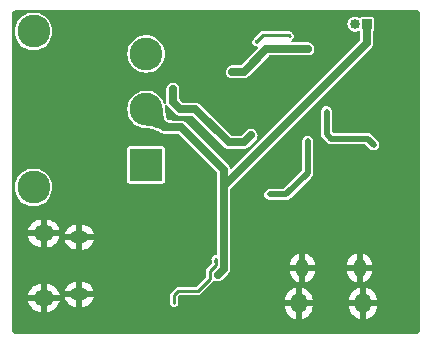
<source format=gbl>
%TF.GenerationSoftware,KiCad,Pcbnew,(6.0.7)*%
%TF.CreationDate,2022-10-02T22:30:45-04:00*%
%TF.ProjectId,LiPo_Charger_1,4c69506f-5f43-4686-9172-6765725f312e,rev?*%
%TF.SameCoordinates,Original*%
%TF.FileFunction,Copper,L2,Bot*%
%TF.FilePolarity,Positive*%
%FSLAX46Y46*%
G04 Gerber Fmt 4.6, Leading zero omitted, Abs format (unit mm)*
G04 Created by KiCad (PCBNEW (6.0.7)) date 2022-10-02 22:30:45*
%MOMM*%
%LPD*%
G01*
G04 APERTURE LIST*
%TA.AperFunction,ComponentPad*%
%ADD10O,1.500000X1.100000*%
%TD*%
%TA.AperFunction,ComponentPad*%
%ADD11O,1.700000X1.350000*%
%TD*%
%TA.AperFunction,ComponentPad*%
%ADD12R,2.775000X2.775000*%
%TD*%
%TA.AperFunction,ComponentPad*%
%ADD13C,2.775000*%
%TD*%
%TA.AperFunction,ComponentPad*%
%ADD14O,1.350000X1.700000*%
%TD*%
%TA.AperFunction,ComponentPad*%
%ADD15O,1.100000X1.500000*%
%TD*%
%TA.AperFunction,ComponentPad*%
%ADD16R,0.850000X0.850000*%
%TD*%
%TA.AperFunction,ComponentPad*%
%ADD17O,0.850000X0.850000*%
%TD*%
%TA.AperFunction,ViaPad*%
%ADD18C,0.300000*%
%TD*%
%TA.AperFunction,Conductor*%
%ADD19C,0.700000*%
%TD*%
%TA.AperFunction,Conductor*%
%ADD20C,0.250000*%
%TD*%
%TA.AperFunction,Conductor*%
%ADD21C,0.550000*%
%TD*%
G04 APERTURE END LIST*
D10*
%TO.P,J1,6,Shield*%
%TO.N,GND*%
X149470000Y-79460000D03*
D11*
X146470000Y-74310000D03*
D10*
X149470000Y-74620000D03*
D11*
X146470000Y-79770000D03*
%TD*%
D12*
%TO.P,SW1,1*%
%TO.N,unconnected-(SW1-Pad1)*%
X155122500Y-68500000D03*
D13*
%TO.P,SW1,2*%
%TO.N,/BAT+*%
X155122500Y-63800000D03*
%TO.P,SW1,3*%
%TO.N,Net-(C3-Pad1)*%
X155122500Y-59100000D03*
%TO.P,SW1,S1*%
%TO.N,N/C*%
X145592500Y-70405000D03*
%TO.P,SW1,S2*%
X145592500Y-57195000D03*
%TD*%
D14*
%TO.P,J3,6,Shield*%
%TO.N,GND*%
X173505000Y-80215000D03*
D15*
X173195000Y-77215000D03*
D14*
X168045000Y-80215000D03*
D15*
X168355000Y-77215000D03*
%TD*%
D16*
%TO.P,J2,1,Pin_1*%
%TO.N,/BAT+*%
X173800000Y-56600000D03*
D17*
%TO.P,J2,2,Pin_2*%
%TO.N,/BAT-*%
X172800000Y-56600000D03*
%TD*%
D18*
%TO.N,/BAT-*%
X162430000Y-60630000D03*
X168812500Y-58687500D03*
%TO.N,GND*%
X157100000Y-71800000D03*
X153400000Y-76600000D03*
X150900000Y-80700000D03*
X176900000Y-64700000D03*
X168800000Y-75100000D03*
X177400000Y-61800000D03*
X153700000Y-74000000D03*
%TO.N,Net-(C3-Pad1)*%
X164000000Y-66000000D03*
X157400000Y-62100000D03*
%TO.N,Net-(D1-PadA)*%
X168800000Y-66500000D03*
X165600000Y-71000000D03*
%TO.N,/OD*%
X167300000Y-57600000D03*
X164425500Y-58100000D03*
%TO.N,/BAT+*%
X161200000Y-77800000D03*
%TO.N,Net-(R4-Pad2)*%
X170400000Y-64000000D03*
X174400000Y-66800000D03*
%TO.N,Net-(R7-Pad1)*%
X161000000Y-76500000D03*
X157500000Y-80200000D03*
%TD*%
D19*
%TO.N,/BAT-*%
X163370000Y-60630000D02*
X162430000Y-60630000D01*
X165312500Y-58687500D02*
X163370000Y-60630000D01*
X168812500Y-58687500D02*
X165312500Y-58687500D01*
D20*
%TO.N,GND*%
X153700000Y-72600000D02*
X153700000Y-74000000D01*
X153400000Y-74300000D02*
X153400000Y-76600000D01*
X153100000Y-77900000D02*
X151300000Y-77900000D01*
D21*
X171500000Y-75100000D02*
X168800000Y-75100000D01*
D20*
X153700000Y-74000000D02*
X153400000Y-74300000D01*
D21*
X177400000Y-61800000D02*
X176900000Y-62300000D01*
X176900000Y-62300000D02*
X176900000Y-64700000D01*
D20*
X151300000Y-77900000D02*
X150900000Y-78300000D01*
D21*
X176900000Y-64700000D02*
X176900000Y-69700000D01*
D20*
X150900000Y-78300000D02*
X150900000Y-80700000D01*
X154500000Y-71800000D02*
X153700000Y-72600000D01*
X153400000Y-77600000D02*
X153100000Y-77900000D01*
X153400000Y-76600000D02*
X153400000Y-77600000D01*
X157100000Y-71800000D02*
X154500000Y-71800000D01*
D21*
X176900000Y-69700000D02*
X171500000Y-75100000D01*
D19*
%TO.N,Net-(C3-Pad1)*%
X158000000Y-63800000D02*
X157400000Y-63200000D01*
X163400000Y-66600000D02*
X162100000Y-66600000D01*
X162100000Y-66600000D02*
X159300000Y-63800000D01*
X157400000Y-63200000D02*
X157400000Y-62100000D01*
X159300000Y-63800000D02*
X158000000Y-63800000D01*
X164000000Y-66000000D02*
X163400000Y-66600000D01*
D21*
%TO.N,Net-(D1-PadA)*%
X167000000Y-71000000D02*
X168800000Y-69200000D01*
X168800000Y-69200000D02*
X168800000Y-66500000D01*
X165600000Y-71000000D02*
X167000000Y-71000000D01*
D20*
%TO.N,/OD*%
X167200000Y-57500000D02*
X165025500Y-57500000D01*
X165025500Y-57500000D02*
X164425500Y-58100000D01*
X167300000Y-57600000D02*
X167200000Y-57500000D01*
D19*
%TO.N,/BAT+*%
X173800000Y-56600000D02*
X173800000Y-58200000D01*
X158100000Y-65300000D02*
X156622500Y-65300000D01*
X161700000Y-68900000D02*
X158100000Y-65300000D01*
X161200000Y-77800000D02*
X161700000Y-77300000D01*
X161700000Y-77300000D02*
X161700000Y-70300000D01*
X173800000Y-58200000D02*
X161700000Y-70300000D01*
X161700000Y-70300000D02*
X161700000Y-68900000D01*
X156622500Y-65300000D02*
X155122500Y-63800000D01*
D21*
%TO.N,Net-(R4-Pad2)*%
X174400000Y-66800000D02*
X173900000Y-66300000D01*
X170400000Y-65900000D02*
X170400000Y-64000000D01*
X173900000Y-66300000D02*
X170800000Y-66300000D01*
X170800000Y-66300000D02*
X170400000Y-65900000D01*
D20*
%TO.N,Net-(R7-Pad1)*%
X159500000Y-79200000D02*
X157850000Y-79200000D01*
X160500000Y-78200000D02*
X159500000Y-79200000D01*
X157500000Y-79550000D02*
X157500000Y-80200000D01*
X161000000Y-76500000D02*
X161000000Y-77000000D01*
X160500000Y-77500000D02*
X160500000Y-78200000D01*
X157850000Y-79200000D02*
X157500000Y-79550000D01*
X161000000Y-77000000D02*
X160500000Y-77500000D01*
%TD*%
%TA.AperFunction,Conductor*%
%TO.N,Net-(R7-Pad1)*%
G36*
X157621482Y-79913427D02*
G01*
X157624909Y-79921790D01*
X157624750Y-79942451D01*
X157624748Y-79942591D01*
X157624158Y-79972644D01*
X157623455Y-80000445D01*
X157622874Y-80025974D01*
X157622649Y-80049289D01*
X157623012Y-80070445D01*
X157624195Y-80089499D01*
X157624220Y-80089690D01*
X157624221Y-80089699D01*
X157626395Y-80106223D01*
X157626397Y-80106233D01*
X157626433Y-80106508D01*
X157629956Y-80121528D01*
X157630100Y-80121901D01*
X157630101Y-80121905D01*
X157632322Y-80127668D01*
X157632100Y-80136620D01*
X157629838Y-80139985D01*
X157508433Y-80266231D01*
X157500229Y-80269819D01*
X157491567Y-80266231D01*
X157370162Y-80139985D01*
X157366897Y-80131646D01*
X157367677Y-80127669D01*
X157369898Y-80121905D01*
X157369899Y-80121902D01*
X157370043Y-80121528D01*
X157373566Y-80106508D01*
X157373602Y-80106233D01*
X157373604Y-80106223D01*
X157375778Y-80089699D01*
X157375779Y-80089690D01*
X157375804Y-80089499D01*
X157376987Y-80070445D01*
X157377350Y-80049289D01*
X157377125Y-80025974D01*
X157376544Y-80000445D01*
X157375841Y-79972644D01*
X157375251Y-79942591D01*
X157375249Y-79942451D01*
X157375090Y-79921790D01*
X157378453Y-79913491D01*
X157386790Y-79910000D01*
X157613209Y-79910000D01*
X157621482Y-79913427D01*
G37*
%TD.AperFunction*%
%TD*%
%TA.AperFunction,Conductor*%
%TO.N,Net-(R7-Pad1)*%
G36*
X161008433Y-76433769D02*
G01*
X161129838Y-76560015D01*
X161133103Y-76568354D01*
X161132322Y-76572331D01*
X161129956Y-76578471D01*
X161126433Y-76593491D01*
X161126397Y-76593766D01*
X161126395Y-76593776D01*
X161124221Y-76610300D01*
X161124195Y-76610500D01*
X161123012Y-76629554D01*
X161122649Y-76650710D01*
X161122650Y-76650827D01*
X161122650Y-76650860D01*
X161122874Y-76673985D01*
X161122875Y-76674079D01*
X161123452Y-76699430D01*
X161123453Y-76699460D01*
X161123455Y-76699554D01*
X161124156Y-76727289D01*
X161124158Y-76727355D01*
X161124748Y-76757408D01*
X161124750Y-76757548D01*
X161124909Y-76778210D01*
X161121546Y-76786509D01*
X161113209Y-76790000D01*
X160886790Y-76790000D01*
X160878517Y-76786573D01*
X160875090Y-76778210D01*
X160875249Y-76757548D01*
X160875251Y-76757408D01*
X160875841Y-76727355D01*
X160875843Y-76727289D01*
X160876544Y-76699554D01*
X160876546Y-76699460D01*
X160876547Y-76699430D01*
X160877124Y-76674079D01*
X160877125Y-76673985D01*
X160877349Y-76650860D01*
X160877349Y-76650827D01*
X160877350Y-76650710D01*
X160876987Y-76629554D01*
X160875804Y-76610500D01*
X160875778Y-76610300D01*
X160873604Y-76593776D01*
X160873602Y-76593766D01*
X160873566Y-76593491D01*
X160870043Y-76578471D01*
X160869900Y-76578099D01*
X160869900Y-76578098D01*
X160867678Y-76572333D01*
X160867900Y-76563381D01*
X160870162Y-76560015D01*
X160991567Y-76433769D01*
X160999771Y-76430181D01*
X161008433Y-76433769D01*
G37*
%TD.AperFunction*%
%TD*%
%TA.AperFunction,Conductor*%
%TO.N,/BAT+*%
G36*
X173808433Y-56396269D02*
G01*
X174177298Y-56779844D01*
X174180563Y-56788183D01*
X174179753Y-56792236D01*
X174166430Y-56826108D01*
X174155164Y-56871622D01*
X174147968Y-56922140D01*
X174144110Y-56978009D01*
X174142856Y-57039576D01*
X174142857Y-57039644D01*
X174143473Y-57107187D01*
X174145229Y-57181188D01*
X174147391Y-57261926D01*
X174147392Y-57261995D01*
X174149222Y-57349599D01*
X174149225Y-57349748D01*
X174149904Y-57433205D01*
X174146544Y-57441506D01*
X174138204Y-57445000D01*
X173461796Y-57445000D01*
X173453523Y-57441573D01*
X173450096Y-57433205D01*
X173450774Y-57349748D01*
X173450777Y-57349599D01*
X173452607Y-57261995D01*
X173452608Y-57261926D01*
X173454770Y-57181188D01*
X173456526Y-57107187D01*
X173457142Y-57039644D01*
X173457143Y-57039576D01*
X173455889Y-56978009D01*
X173452031Y-56922140D01*
X173444835Y-56871622D01*
X173433569Y-56826108D01*
X173420247Y-56792236D01*
X173420408Y-56783283D01*
X173422702Y-56779844D01*
X173791567Y-56396269D01*
X173799771Y-56392681D01*
X173808433Y-56396269D01*
G37*
%TD.AperFunction*%
%TD*%
%TA.AperFunction,Conductor*%
%TO.N,/OD*%
G36*
X164550508Y-57814889D02*
G01*
X164710611Y-57974992D01*
X164714038Y-57983265D01*
X164710547Y-57991601D01*
X164695780Y-58006143D01*
X164674057Y-58027029D01*
X164653901Y-58046190D01*
X164635439Y-58063831D01*
X164618794Y-58080158D01*
X164604091Y-58095373D01*
X164603986Y-58095492D01*
X164591594Y-58109525D01*
X164591587Y-58109534D01*
X164591455Y-58109683D01*
X164581010Y-58123292D01*
X164572880Y-58136405D01*
X164572718Y-58136771D01*
X164572716Y-58136774D01*
X164570212Y-58142419D01*
X164563724Y-58148591D01*
X164559748Y-58149372D01*
X164433823Y-58151833D01*
X164384632Y-58152795D01*
X164376293Y-58149530D01*
X164372705Y-58140868D01*
X164374931Y-58026983D01*
X164376128Y-57965752D01*
X164379716Y-57957549D01*
X164383080Y-57955288D01*
X164388727Y-57952782D01*
X164388729Y-57952781D01*
X164389094Y-57952619D01*
X164402207Y-57944489D01*
X164415816Y-57934044D01*
X164415965Y-57933912D01*
X164415974Y-57933905D01*
X164430007Y-57921513D01*
X164430126Y-57921408D01*
X164445341Y-57906705D01*
X164461668Y-57890060D01*
X164479309Y-57871598D01*
X164498470Y-57851442D01*
X164519296Y-57829782D01*
X164519394Y-57829681D01*
X164533899Y-57814952D01*
X164542145Y-57811462D01*
X164550508Y-57814889D01*
G37*
%TD.AperFunction*%
%TD*%
%TA.AperFunction,Conductor*%
%TO.N,GND*%
G36*
X145587648Y-55352060D02*
G01*
X145602666Y-55350500D01*
X177988518Y-55350500D01*
X178056639Y-55370502D01*
X178068451Y-55379101D01*
X178197514Y-55485020D01*
X178214979Y-55502485D01*
X178313765Y-55622856D01*
X178320899Y-55631549D01*
X178348653Y-55696896D01*
X178349500Y-55711482D01*
X178349500Y-82488518D01*
X178329498Y-82556639D01*
X178320899Y-82568451D01*
X178214980Y-82697514D01*
X178197514Y-82714980D01*
X178068451Y-82820899D01*
X178003104Y-82848653D01*
X177988518Y-82849500D01*
X144111482Y-82849500D01*
X144043361Y-82829498D01*
X144031549Y-82820899D01*
X143902486Y-82714980D01*
X143885020Y-82697514D01*
X143779101Y-82568451D01*
X143751347Y-82503104D01*
X143750500Y-82488518D01*
X143750500Y-80042722D01*
X145141439Y-80042722D01*
X145146435Y-80071798D01*
X145149415Y-80082918D01*
X145220669Y-80276060D01*
X145225619Y-80286438D01*
X145330877Y-80463361D01*
X145337643Y-80472673D01*
X145473381Y-80627453D01*
X145481724Y-80635370D01*
X145643394Y-80762820D01*
X145653050Y-80769091D01*
X145835229Y-80864940D01*
X145845863Y-80869345D01*
X146042470Y-80930393D01*
X146053724Y-80932785D01*
X146198012Y-80949863D01*
X146212431Y-80947421D01*
X146216000Y-80934679D01*
X146216000Y-80932694D01*
X146724000Y-80932694D01*
X146728271Y-80947239D01*
X146740405Y-80949302D01*
X146855754Y-80938703D01*
X146867068Y-80936606D01*
X147065206Y-80880725D01*
X147075945Y-80876603D01*
X147260583Y-80785549D01*
X147270392Y-80779538D01*
X147435349Y-80656360D01*
X147443889Y-80648671D01*
X147583639Y-80497490D01*
X147590640Y-80488365D01*
X147700495Y-80314255D01*
X147705716Y-80304008D01*
X147782003Y-80112793D01*
X147785270Y-80101767D01*
X147797203Y-80041770D01*
X147796051Y-80028894D01*
X147780898Y-80024000D01*
X146742115Y-80024000D01*
X146726876Y-80028475D01*
X146725671Y-80029865D01*
X146724000Y-80037548D01*
X146724000Y-80932694D01*
X146216000Y-80932694D01*
X146216000Y-80042115D01*
X146211525Y-80026876D01*
X146210135Y-80025671D01*
X146202452Y-80024000D01*
X145156337Y-80024000D01*
X145143375Y-80027806D01*
X145141439Y-80042722D01*
X143750500Y-80042722D01*
X143750500Y-79725768D01*
X148245302Y-79725768D01*
X148282554Y-79852342D01*
X148287147Y-79863710D01*
X148377566Y-80036666D01*
X148384282Y-80046928D01*
X148506568Y-80199020D01*
X148515152Y-80207786D01*
X148664656Y-80333236D01*
X148674767Y-80340160D01*
X148845798Y-80434184D01*
X148857062Y-80439012D01*
X149043095Y-80498025D01*
X149055084Y-80500573D01*
X149201357Y-80516980D01*
X149213124Y-80513525D01*
X149214329Y-80512135D01*
X149216000Y-80504452D01*
X149216000Y-80499709D01*
X149724000Y-80499709D01*
X149728236Y-80514136D01*
X149740589Y-80516197D01*
X149870361Y-80503473D01*
X149882396Y-80501090D01*
X150069223Y-80444683D01*
X150080565Y-80440008D01*
X150252879Y-80348388D01*
X150263095Y-80341601D01*
X150414335Y-80218253D01*
X150423039Y-80209609D01*
X150547438Y-80059237D01*
X150554297Y-80049069D01*
X150647121Y-79877393D01*
X150651871Y-79866093D01*
X150693595Y-79731307D01*
X150693801Y-79717205D01*
X150687045Y-79714000D01*
X149742115Y-79714000D01*
X149726876Y-79718475D01*
X149725671Y-79719865D01*
X149724000Y-79727548D01*
X149724000Y-80499709D01*
X149216000Y-80499709D01*
X149216000Y-79732115D01*
X149211525Y-79716876D01*
X149210135Y-79715671D01*
X149202452Y-79714000D01*
X148259953Y-79714000D01*
X148246422Y-79717973D01*
X148245302Y-79725768D01*
X143750500Y-79725768D01*
X143750500Y-79498230D01*
X145142797Y-79498230D01*
X145143949Y-79511106D01*
X145159102Y-79516000D01*
X146197885Y-79516000D01*
X146213124Y-79511525D01*
X146214329Y-79510135D01*
X146216000Y-79502452D01*
X146216000Y-79497885D01*
X146724000Y-79497885D01*
X146728475Y-79513124D01*
X146729865Y-79514329D01*
X146737548Y-79516000D01*
X147783663Y-79516000D01*
X147796625Y-79512194D01*
X147798561Y-79497278D01*
X147793565Y-79468202D01*
X147790585Y-79457082D01*
X147719331Y-79263940D01*
X147714381Y-79253562D01*
X147684178Y-79202795D01*
X148246199Y-79202795D01*
X148252955Y-79206000D01*
X149197885Y-79206000D01*
X149213124Y-79201525D01*
X149214329Y-79200135D01*
X149216000Y-79192452D01*
X149216000Y-79187885D01*
X149724000Y-79187885D01*
X149728475Y-79203124D01*
X149729865Y-79204329D01*
X149737548Y-79206000D01*
X150680047Y-79206000D01*
X150693578Y-79202027D01*
X150694698Y-79194232D01*
X150657446Y-79067658D01*
X150652853Y-79056290D01*
X150562434Y-78883334D01*
X150555718Y-78873072D01*
X150433432Y-78720980D01*
X150424848Y-78712214D01*
X150275344Y-78586764D01*
X150265233Y-78579840D01*
X150094202Y-78485816D01*
X150082938Y-78480988D01*
X149896905Y-78421975D01*
X149884916Y-78419427D01*
X149738643Y-78403020D01*
X149726876Y-78406475D01*
X149725671Y-78407865D01*
X149724000Y-78415548D01*
X149724000Y-79187885D01*
X149216000Y-79187885D01*
X149216000Y-78420291D01*
X149211764Y-78405864D01*
X149199411Y-78403803D01*
X149069639Y-78416527D01*
X149057604Y-78418910D01*
X148870777Y-78475317D01*
X148859435Y-78479992D01*
X148687121Y-78571612D01*
X148676905Y-78578399D01*
X148525665Y-78701747D01*
X148516961Y-78710391D01*
X148392562Y-78860763D01*
X148385703Y-78870931D01*
X148292879Y-79042607D01*
X148288129Y-79053907D01*
X148246405Y-79188693D01*
X148246199Y-79202795D01*
X147684178Y-79202795D01*
X147609123Y-79076639D01*
X147602357Y-79067327D01*
X147466619Y-78912547D01*
X147458276Y-78904630D01*
X147296606Y-78777180D01*
X147286950Y-78770909D01*
X147104771Y-78675060D01*
X147094137Y-78670655D01*
X146897530Y-78609607D01*
X146886276Y-78607215D01*
X146741988Y-78590137D01*
X146727569Y-78592579D01*
X146724000Y-78605321D01*
X146724000Y-79497885D01*
X146216000Y-79497885D01*
X146216000Y-78607306D01*
X146211729Y-78592761D01*
X146199595Y-78590698D01*
X146084246Y-78601297D01*
X146072932Y-78603394D01*
X145874794Y-78659275D01*
X145864055Y-78663397D01*
X145679417Y-78754451D01*
X145669608Y-78760462D01*
X145504651Y-78883640D01*
X145496111Y-78891329D01*
X145356361Y-79042510D01*
X145349360Y-79051635D01*
X145239505Y-79225745D01*
X145234284Y-79235992D01*
X145157997Y-79427207D01*
X145154730Y-79438233D01*
X145142797Y-79498230D01*
X143750500Y-79498230D01*
X143750500Y-74582722D01*
X145141439Y-74582722D01*
X145146435Y-74611798D01*
X145149415Y-74622918D01*
X145220669Y-74816060D01*
X145225619Y-74826438D01*
X145330877Y-75003361D01*
X145337643Y-75012673D01*
X145473381Y-75167453D01*
X145481724Y-75175370D01*
X145643394Y-75302820D01*
X145653050Y-75309091D01*
X145835229Y-75404940D01*
X145845863Y-75409345D01*
X146042470Y-75470393D01*
X146053724Y-75472785D01*
X146198012Y-75489863D01*
X146212431Y-75487421D01*
X146216000Y-75474679D01*
X146216000Y-75472694D01*
X146724000Y-75472694D01*
X146728271Y-75487239D01*
X146740405Y-75489302D01*
X146855754Y-75478703D01*
X146867068Y-75476606D01*
X147065206Y-75420725D01*
X147075945Y-75416603D01*
X147260583Y-75325549D01*
X147270392Y-75319538D01*
X147435349Y-75196360D01*
X147443889Y-75188671D01*
X147583639Y-75037490D01*
X147590640Y-75028365D01*
X147680612Y-74885768D01*
X148245302Y-74885768D01*
X148282554Y-75012342D01*
X148287147Y-75023710D01*
X148377566Y-75196666D01*
X148384282Y-75206928D01*
X148506568Y-75359020D01*
X148515152Y-75367786D01*
X148664656Y-75493236D01*
X148674767Y-75500160D01*
X148845798Y-75594184D01*
X148857062Y-75599012D01*
X149043095Y-75658025D01*
X149055084Y-75660573D01*
X149201357Y-75676980D01*
X149213124Y-75673525D01*
X149214329Y-75672135D01*
X149216000Y-75664452D01*
X149216000Y-75659709D01*
X149724000Y-75659709D01*
X149728236Y-75674136D01*
X149740589Y-75676197D01*
X149870361Y-75663473D01*
X149882396Y-75661090D01*
X150069223Y-75604683D01*
X150080565Y-75600008D01*
X150252879Y-75508388D01*
X150263095Y-75501601D01*
X150414335Y-75378253D01*
X150423039Y-75369609D01*
X150547438Y-75219237D01*
X150554297Y-75209069D01*
X150647121Y-75037393D01*
X150651871Y-75026093D01*
X150693595Y-74891307D01*
X150693801Y-74877205D01*
X150687045Y-74874000D01*
X149742115Y-74874000D01*
X149726876Y-74878475D01*
X149725671Y-74879865D01*
X149724000Y-74887548D01*
X149724000Y-75659709D01*
X149216000Y-75659709D01*
X149216000Y-74892115D01*
X149211525Y-74876876D01*
X149210135Y-74875671D01*
X149202452Y-74874000D01*
X148259953Y-74874000D01*
X148246422Y-74877973D01*
X148245302Y-74885768D01*
X147680612Y-74885768D01*
X147700495Y-74854255D01*
X147705716Y-74844008D01*
X147782003Y-74652793D01*
X147785270Y-74641767D01*
X147797203Y-74581770D01*
X147796051Y-74568894D01*
X147780898Y-74564000D01*
X146742115Y-74564000D01*
X146726876Y-74568475D01*
X146725671Y-74569865D01*
X146724000Y-74577548D01*
X146724000Y-75472694D01*
X146216000Y-75472694D01*
X146216000Y-74582115D01*
X146211525Y-74566876D01*
X146210135Y-74565671D01*
X146202452Y-74564000D01*
X145156337Y-74564000D01*
X145143375Y-74567806D01*
X145141439Y-74582722D01*
X143750500Y-74582722D01*
X143750500Y-74362795D01*
X148246199Y-74362795D01*
X148252955Y-74366000D01*
X149197885Y-74366000D01*
X149213124Y-74361525D01*
X149214329Y-74360135D01*
X149216000Y-74352452D01*
X149216000Y-74347885D01*
X149724000Y-74347885D01*
X149728475Y-74363124D01*
X149729865Y-74364329D01*
X149737548Y-74366000D01*
X150680047Y-74366000D01*
X150693578Y-74362027D01*
X150694698Y-74354232D01*
X150657446Y-74227658D01*
X150652853Y-74216290D01*
X150562434Y-74043334D01*
X150555718Y-74033072D01*
X150433432Y-73880980D01*
X150424848Y-73872214D01*
X150275344Y-73746764D01*
X150265233Y-73739840D01*
X150094202Y-73645816D01*
X150082938Y-73640988D01*
X149896905Y-73581975D01*
X149884916Y-73579427D01*
X149738643Y-73563020D01*
X149726876Y-73566475D01*
X149725671Y-73567865D01*
X149724000Y-73575548D01*
X149724000Y-74347885D01*
X149216000Y-74347885D01*
X149216000Y-73580291D01*
X149211764Y-73565864D01*
X149199411Y-73563803D01*
X149069639Y-73576527D01*
X149057604Y-73578910D01*
X148870777Y-73635317D01*
X148859435Y-73639992D01*
X148687121Y-73731612D01*
X148676905Y-73738399D01*
X148525665Y-73861747D01*
X148516961Y-73870391D01*
X148392562Y-74020763D01*
X148385703Y-74030931D01*
X148292879Y-74202607D01*
X148288129Y-74213907D01*
X148246405Y-74348693D01*
X148246199Y-74362795D01*
X143750500Y-74362795D01*
X143750500Y-74038230D01*
X145142797Y-74038230D01*
X145143949Y-74051106D01*
X145159102Y-74056000D01*
X146197885Y-74056000D01*
X146213124Y-74051525D01*
X146214329Y-74050135D01*
X146216000Y-74042452D01*
X146216000Y-74037885D01*
X146724000Y-74037885D01*
X146728475Y-74053124D01*
X146729865Y-74054329D01*
X146737548Y-74056000D01*
X147783663Y-74056000D01*
X147796625Y-74052194D01*
X147798561Y-74037278D01*
X147793565Y-74008202D01*
X147790585Y-73997082D01*
X147719331Y-73803940D01*
X147714381Y-73793562D01*
X147609123Y-73616639D01*
X147602357Y-73607327D01*
X147466619Y-73452547D01*
X147458276Y-73444630D01*
X147296606Y-73317180D01*
X147286950Y-73310909D01*
X147104771Y-73215060D01*
X147094137Y-73210655D01*
X146897530Y-73149607D01*
X146886276Y-73147215D01*
X146741988Y-73130137D01*
X146727569Y-73132579D01*
X146724000Y-73145321D01*
X146724000Y-74037885D01*
X146216000Y-74037885D01*
X146216000Y-73147306D01*
X146211729Y-73132761D01*
X146199595Y-73130698D01*
X146084246Y-73141297D01*
X146072932Y-73143394D01*
X145874794Y-73199275D01*
X145864055Y-73203397D01*
X145679417Y-73294451D01*
X145669608Y-73300462D01*
X145504651Y-73423640D01*
X145496111Y-73431329D01*
X145356361Y-73582510D01*
X145349360Y-73591635D01*
X145239505Y-73765745D01*
X145234284Y-73775992D01*
X145157997Y-73967207D01*
X145154730Y-73978233D01*
X145142797Y-74038230D01*
X143750500Y-74038230D01*
X143750500Y-70446932D01*
X143762453Y-70406225D01*
X143760032Y-70401715D01*
X143991150Y-70401715D01*
X143997396Y-70411434D01*
X144002112Y-70437046D01*
X144019201Y-70654186D01*
X144077553Y-70897236D01*
X144079443Y-70901799D01*
X144079445Y-70901805D01*
X144171312Y-71123592D01*
X144173207Y-71128166D01*
X144303809Y-71341289D01*
X144466143Y-71531357D01*
X144656211Y-71693691D01*
X144869334Y-71824293D01*
X144873904Y-71826186D01*
X144873908Y-71826188D01*
X145095695Y-71918055D01*
X145095701Y-71918057D01*
X145100264Y-71919947D01*
X145105064Y-71921099D01*
X145105069Y-71921101D01*
X145216332Y-71947813D01*
X145343314Y-71978299D01*
X145592500Y-71997910D01*
X145841686Y-71978299D01*
X145968668Y-71947813D01*
X146079931Y-71921101D01*
X146079936Y-71921099D01*
X146084736Y-71919947D01*
X146089299Y-71918057D01*
X146089305Y-71918055D01*
X146311092Y-71826188D01*
X146311096Y-71826186D01*
X146315666Y-71824293D01*
X146528789Y-71693691D01*
X146718857Y-71531357D01*
X146881191Y-71341289D01*
X147011793Y-71128166D01*
X147013688Y-71123592D01*
X147105555Y-70901805D01*
X147105557Y-70901799D01*
X147107447Y-70897236D01*
X147165799Y-70654186D01*
X147185410Y-70405000D01*
X147165799Y-70155814D01*
X147122640Y-69976047D01*
X147108601Y-69917569D01*
X147108599Y-69917564D01*
X147107447Y-69912764D01*
X147105557Y-69908201D01*
X147105555Y-69908195D01*
X147105163Y-69907248D01*
X153534500Y-69907248D01*
X153546133Y-69965731D01*
X153590448Y-70032052D01*
X153656769Y-70076367D01*
X153668938Y-70078788D01*
X153668939Y-70078788D01*
X153709184Y-70086793D01*
X153715252Y-70088000D01*
X156529748Y-70088000D01*
X156535816Y-70086793D01*
X156576061Y-70078788D01*
X156576062Y-70078788D01*
X156588231Y-70076367D01*
X156654552Y-70032052D01*
X156698867Y-69965731D01*
X156710500Y-69907248D01*
X156710500Y-67092752D01*
X156707030Y-67075305D01*
X156701288Y-67046439D01*
X156701288Y-67046438D01*
X156698867Y-67034269D01*
X156654552Y-66967948D01*
X156588231Y-66923633D01*
X156576062Y-66921212D01*
X156576061Y-66921212D01*
X156535816Y-66913207D01*
X156529748Y-66912000D01*
X153715252Y-66912000D01*
X153709184Y-66913207D01*
X153668939Y-66921212D01*
X153668938Y-66921212D01*
X153656769Y-66923633D01*
X153590448Y-66967948D01*
X153546133Y-67034269D01*
X153543712Y-67046438D01*
X153543712Y-67046439D01*
X153537970Y-67075305D01*
X153534500Y-67092752D01*
X153534500Y-69907248D01*
X147105163Y-69907248D01*
X147013688Y-69686408D01*
X147013686Y-69686404D01*
X147011793Y-69681834D01*
X146881191Y-69468711D01*
X146718857Y-69278643D01*
X146528789Y-69116309D01*
X146315666Y-68985707D01*
X146311096Y-68983814D01*
X146311092Y-68983812D01*
X146089305Y-68891945D01*
X146089299Y-68891943D01*
X146084736Y-68890053D01*
X146079936Y-68888901D01*
X146079931Y-68888899D01*
X145968668Y-68862187D01*
X145841686Y-68831701D01*
X145592500Y-68812090D01*
X145343314Y-68831701D01*
X145216332Y-68862187D01*
X145105069Y-68888899D01*
X145105064Y-68888901D01*
X145100264Y-68890053D01*
X145095701Y-68891943D01*
X145095695Y-68891945D01*
X144873908Y-68983812D01*
X144873904Y-68983814D01*
X144869334Y-68985707D01*
X144656211Y-69116309D01*
X144466143Y-69278643D01*
X144303809Y-69468711D01*
X144173207Y-69681834D01*
X144171314Y-69686404D01*
X144171312Y-69686408D01*
X144079445Y-69908195D01*
X144079443Y-69908201D01*
X144077553Y-69912764D01*
X144076401Y-69917564D01*
X144076399Y-69917569D01*
X144062360Y-69976047D01*
X144019201Y-70155814D01*
X144018813Y-70160745D01*
X144002112Y-70372954D01*
X143991150Y-70401715D01*
X143760032Y-70401715D01*
X143753191Y-70388972D01*
X143750500Y-70363068D01*
X143750500Y-63800000D01*
X153529590Y-63800000D01*
X153549201Y-64049186D01*
X153550356Y-64053995D01*
X153606362Y-64287274D01*
X153607553Y-64292236D01*
X153609443Y-64296799D01*
X153609445Y-64296805D01*
X153701312Y-64518592D01*
X153703207Y-64523166D01*
X153833809Y-64736289D01*
X153996143Y-64926357D01*
X154186211Y-65088691D01*
X154399334Y-65219293D01*
X154403904Y-65221186D01*
X154403908Y-65221188D01*
X154625695Y-65313055D01*
X154625701Y-65313057D01*
X154630264Y-65314947D01*
X154635064Y-65316099D01*
X154635069Y-65316101D01*
X154746332Y-65342813D01*
X154873314Y-65373299D01*
X155118713Y-65392612D01*
X155118570Y-65394424D01*
X155120905Y-65394181D01*
X155120955Y-65393174D01*
X155357288Y-65404824D01*
X155370736Y-65406213D01*
X155558397Y-65435864D01*
X155571321Y-65438608D01*
X155723136Y-65479270D01*
X155734684Y-65482363D01*
X155744597Y-65485461D01*
X155784364Y-65499715D01*
X155900799Y-65541450D01*
X155905644Y-65543301D01*
X156067983Y-65609153D01*
X156068141Y-65609216D01*
X156068160Y-65609224D01*
X156069630Y-65609813D01*
X156070014Y-65609966D01*
X156183915Y-65654990D01*
X156230343Y-65686880D01*
X156245205Y-65703042D01*
X156268299Y-65728156D01*
X156275599Y-65732682D01*
X156275600Y-65732683D01*
X156305283Y-65751087D01*
X156315053Y-65757801D01*
X156349716Y-65784112D01*
X156363693Y-65789646D01*
X156383702Y-65799709D01*
X156389188Y-65803111D01*
X156389192Y-65803113D01*
X156396486Y-65807635D01*
X156404728Y-65810029D01*
X156404731Y-65810031D01*
X156438284Y-65819779D01*
X156449497Y-65823618D01*
X156489953Y-65839635D01*
X156498496Y-65840533D01*
X156498497Y-65840533D01*
X156504902Y-65841206D01*
X156526880Y-65845518D01*
X156541325Y-65849715D01*
X156547908Y-65850198D01*
X156547911Y-65850199D01*
X156549708Y-65850331D01*
X156549719Y-65850331D01*
X156552015Y-65850500D01*
X156586719Y-65850500D01*
X156599890Y-65851190D01*
X156639954Y-65855401D01*
X156648419Y-65853969D01*
X156648428Y-65853969D01*
X156658500Y-65852265D01*
X156679513Y-65850500D01*
X157154771Y-65850500D01*
X157160160Y-65850615D01*
X157251168Y-65854511D01*
X157251170Y-65854511D01*
X157257691Y-65854790D01*
X157264130Y-65853723D01*
X157264140Y-65853722D01*
X157273338Y-65852197D01*
X157293945Y-65850500D01*
X157819785Y-65850500D01*
X157887906Y-65870502D01*
X157908880Y-65887405D01*
X161112595Y-69091119D01*
X161146621Y-69153431D01*
X161149500Y-69180214D01*
X161149500Y-70264217D01*
X161148810Y-70277387D01*
X161144599Y-70317454D01*
X161146031Y-70325919D01*
X161146031Y-70325928D01*
X161147735Y-70336000D01*
X161149500Y-70357013D01*
X161149500Y-76021282D01*
X161129498Y-76089403D01*
X161075842Y-76135896D01*
X161019711Y-76143558D01*
X161019711Y-76146682D01*
X161009792Y-76146682D01*
X161000000Y-76145131D01*
X160890339Y-76162500D01*
X160791413Y-76212905D01*
X160712905Y-76291413D01*
X160662500Y-76390339D01*
X160645131Y-76500000D01*
X160662500Y-76609661D01*
X160665976Y-76616483D01*
X160671804Y-76654473D01*
X160671656Y-76669762D01*
X160671630Y-76671401D01*
X160671102Y-76694668D01*
X160670409Y-76722098D01*
X160670383Y-76723251D01*
X160669791Y-76753370D01*
X160669757Y-76755818D01*
X160669596Y-76776620D01*
X160670780Y-76782755D01*
X160672041Y-76789293D01*
X160665305Y-76859969D01*
X160637417Y-76902257D01*
X160283785Y-77255889D01*
X160275681Y-77263316D01*
X160246806Y-77287545D01*
X160241293Y-77297094D01*
X160227961Y-77320185D01*
X160222055Y-77329456D01*
X160200446Y-77360316D01*
X160197592Y-77370966D01*
X160196115Y-77374134D01*
X160194923Y-77377410D01*
X160189412Y-77386955D01*
X160184010Y-77417592D01*
X160182870Y-77424058D01*
X160180492Y-77434785D01*
X160170736Y-77471193D01*
X160171697Y-77482178D01*
X160171697Y-77482180D01*
X160174020Y-77508728D01*
X160174500Y-77519710D01*
X160174500Y-78012984D01*
X160154498Y-78081105D01*
X160137595Y-78102079D01*
X159402079Y-78837595D01*
X159339767Y-78871621D01*
X159312984Y-78874500D01*
X157869710Y-78874500D01*
X157858728Y-78874020D01*
X157832180Y-78871697D01*
X157832178Y-78871697D01*
X157821193Y-78870736D01*
X157784785Y-78880492D01*
X157774058Y-78882870D01*
X157771427Y-78883334D01*
X157736955Y-78889412D01*
X157727410Y-78894923D01*
X157724134Y-78896115D01*
X157720966Y-78897592D01*
X157710316Y-78900446D01*
X157679456Y-78922055D01*
X157670185Y-78927961D01*
X157647094Y-78941293D01*
X157637545Y-78946806D01*
X157630459Y-78955251D01*
X157613315Y-78975682D01*
X157605889Y-78983785D01*
X157283785Y-79305889D01*
X157275681Y-79313316D01*
X157246806Y-79337545D01*
X157241293Y-79347094D01*
X157227961Y-79370185D01*
X157222055Y-79379456D01*
X157200446Y-79410316D01*
X157197592Y-79420966D01*
X157196115Y-79424134D01*
X157194923Y-79427410D01*
X157189412Y-79436955D01*
X157185577Y-79458707D01*
X157182870Y-79474058D01*
X157180492Y-79484785D01*
X157170736Y-79521193D01*
X157171697Y-79532178D01*
X157171697Y-79532180D01*
X157174020Y-79558728D01*
X157174500Y-79569710D01*
X157174500Y-79885762D01*
X157172265Y-79909391D01*
X157170766Y-79917245D01*
X157169596Y-79923371D01*
X157169755Y-79944032D01*
X157169788Y-79946480D01*
X157170380Y-79976673D01*
X157170407Y-79977839D01*
X157171097Y-80005121D01*
X157171565Y-80025671D01*
X157171629Y-80028500D01*
X157171656Y-80030155D01*
X157171804Y-80045534D01*
X157165976Y-80083516D01*
X157162500Y-80090339D01*
X157145131Y-80200000D01*
X157162500Y-80309661D01*
X157212905Y-80408587D01*
X157291413Y-80487095D01*
X157390339Y-80537500D01*
X157500000Y-80554869D01*
X157509792Y-80553318D01*
X157599869Y-80539051D01*
X157609661Y-80537500D01*
X157708587Y-80487095D01*
X157710277Y-80485405D01*
X166865698Y-80485405D01*
X166876297Y-80600754D01*
X166878394Y-80612068D01*
X166934275Y-80810206D01*
X166938397Y-80820945D01*
X167029451Y-81005583D01*
X167035462Y-81015392D01*
X167158640Y-81180349D01*
X167166329Y-81188889D01*
X167317510Y-81328639D01*
X167326635Y-81335640D01*
X167500745Y-81445495D01*
X167510992Y-81450716D01*
X167702207Y-81527003D01*
X167713233Y-81530270D01*
X167773230Y-81542203D01*
X167786106Y-81541051D01*
X167790107Y-81528663D01*
X168299000Y-81528663D01*
X168302806Y-81541625D01*
X168317722Y-81543561D01*
X168346798Y-81538565D01*
X168357918Y-81535585D01*
X168551060Y-81464331D01*
X168561438Y-81459381D01*
X168738361Y-81354123D01*
X168747673Y-81347357D01*
X168902453Y-81211619D01*
X168910370Y-81203276D01*
X169037820Y-81041606D01*
X169044091Y-81031950D01*
X169139940Y-80849771D01*
X169144345Y-80839137D01*
X169205393Y-80642530D01*
X169207785Y-80631276D01*
X169224863Y-80486988D01*
X169224595Y-80485405D01*
X172325698Y-80485405D01*
X172336297Y-80600754D01*
X172338394Y-80612068D01*
X172394275Y-80810206D01*
X172398397Y-80820945D01*
X172489451Y-81005583D01*
X172495462Y-81015392D01*
X172618640Y-81180349D01*
X172626329Y-81188889D01*
X172777510Y-81328639D01*
X172786635Y-81335640D01*
X172960745Y-81445495D01*
X172970992Y-81450716D01*
X173162207Y-81527003D01*
X173173233Y-81530270D01*
X173233230Y-81542203D01*
X173246106Y-81541051D01*
X173250107Y-81528663D01*
X173759000Y-81528663D01*
X173762806Y-81541625D01*
X173777722Y-81543561D01*
X173806798Y-81538565D01*
X173817918Y-81535585D01*
X174011060Y-81464331D01*
X174021438Y-81459381D01*
X174198361Y-81354123D01*
X174207673Y-81347357D01*
X174362453Y-81211619D01*
X174370370Y-81203276D01*
X174497820Y-81041606D01*
X174504091Y-81031950D01*
X174599940Y-80849771D01*
X174604345Y-80839137D01*
X174665393Y-80642530D01*
X174667785Y-80631276D01*
X174684863Y-80486988D01*
X174682421Y-80472569D01*
X174669679Y-80469000D01*
X173777115Y-80469000D01*
X173761876Y-80473475D01*
X173760671Y-80474865D01*
X173759000Y-80482548D01*
X173759000Y-81528663D01*
X173250107Y-81528663D01*
X173251000Y-81525898D01*
X173251000Y-80487115D01*
X173246525Y-80471876D01*
X173245135Y-80470671D01*
X173237452Y-80469000D01*
X172342306Y-80469000D01*
X172327761Y-80473271D01*
X172325698Y-80485405D01*
X169224595Y-80485405D01*
X169222421Y-80472569D01*
X169209679Y-80469000D01*
X168317115Y-80469000D01*
X168301876Y-80473475D01*
X168300671Y-80474865D01*
X168299000Y-80482548D01*
X168299000Y-81528663D01*
X167790107Y-81528663D01*
X167791000Y-81525898D01*
X167791000Y-80487115D01*
X167786525Y-80471876D01*
X167785135Y-80470671D01*
X167777452Y-80469000D01*
X166882306Y-80469000D01*
X166867761Y-80473271D01*
X166865698Y-80485405D01*
X157710277Y-80485405D01*
X157787095Y-80408587D01*
X157837500Y-80309661D01*
X157854869Y-80200000D01*
X157837500Y-80090339D01*
X157834023Y-80083516D01*
X157828195Y-80045533D01*
X157828343Y-80030155D01*
X157828370Y-80028500D01*
X157828435Y-80025671D01*
X157828902Y-80005121D01*
X157829592Y-79977839D01*
X157829618Y-79976678D01*
X157830208Y-79946625D01*
X157830242Y-79944182D01*
X157830251Y-79943012D01*
X166865137Y-79943012D01*
X166867579Y-79957431D01*
X166880321Y-79961000D01*
X167772885Y-79961000D01*
X167788124Y-79956525D01*
X167789329Y-79955135D01*
X167791000Y-79947452D01*
X167791000Y-79942885D01*
X168299000Y-79942885D01*
X168303475Y-79958124D01*
X168304865Y-79959329D01*
X168312548Y-79961000D01*
X169207694Y-79961000D01*
X169222239Y-79956729D01*
X169224302Y-79944595D01*
X169224157Y-79943012D01*
X172325137Y-79943012D01*
X172327579Y-79957431D01*
X172340321Y-79961000D01*
X173232885Y-79961000D01*
X173248124Y-79956525D01*
X173249329Y-79955135D01*
X173251000Y-79947452D01*
X173251000Y-79942885D01*
X173759000Y-79942885D01*
X173763475Y-79958124D01*
X173764865Y-79959329D01*
X173772548Y-79961000D01*
X174667694Y-79961000D01*
X174682239Y-79956729D01*
X174684302Y-79944595D01*
X174673703Y-79829246D01*
X174671606Y-79817932D01*
X174615725Y-79619794D01*
X174611603Y-79609055D01*
X174520549Y-79424417D01*
X174514538Y-79414608D01*
X174391360Y-79249651D01*
X174383671Y-79241111D01*
X174232490Y-79101361D01*
X174223365Y-79094360D01*
X174049255Y-78984505D01*
X174039008Y-78979284D01*
X173847793Y-78902997D01*
X173836767Y-78899730D01*
X173776770Y-78887797D01*
X173763894Y-78888949D01*
X173759000Y-78904102D01*
X173759000Y-79942885D01*
X173251000Y-79942885D01*
X173251000Y-78901337D01*
X173247194Y-78888375D01*
X173232278Y-78886439D01*
X173203202Y-78891435D01*
X173192082Y-78894415D01*
X172998940Y-78965669D01*
X172988562Y-78970619D01*
X172811639Y-79075877D01*
X172802327Y-79082643D01*
X172647547Y-79218381D01*
X172639630Y-79226724D01*
X172512180Y-79388394D01*
X172505909Y-79398050D01*
X172410060Y-79580229D01*
X172405655Y-79590863D01*
X172344607Y-79787470D01*
X172342215Y-79798724D01*
X172325137Y-79943012D01*
X169224157Y-79943012D01*
X169213703Y-79829246D01*
X169211606Y-79817932D01*
X169155725Y-79619794D01*
X169151603Y-79609055D01*
X169060549Y-79424417D01*
X169054538Y-79414608D01*
X168931360Y-79249651D01*
X168923671Y-79241111D01*
X168772490Y-79101361D01*
X168763365Y-79094360D01*
X168589255Y-78984505D01*
X168579008Y-78979284D01*
X168387793Y-78902997D01*
X168376767Y-78899730D01*
X168316770Y-78887797D01*
X168303894Y-78888949D01*
X168299000Y-78904102D01*
X168299000Y-79942885D01*
X167791000Y-79942885D01*
X167791000Y-78901337D01*
X167787194Y-78888375D01*
X167772278Y-78886439D01*
X167743202Y-78891435D01*
X167732082Y-78894415D01*
X167538940Y-78965669D01*
X167528562Y-78970619D01*
X167351639Y-79075877D01*
X167342327Y-79082643D01*
X167187547Y-79218381D01*
X167179630Y-79226724D01*
X167052180Y-79388394D01*
X167045909Y-79398050D01*
X166950060Y-79580229D01*
X166945655Y-79590863D01*
X166884607Y-79787470D01*
X166882215Y-79798724D01*
X166865137Y-79943012D01*
X157830251Y-79943012D01*
X157830403Y-79923381D01*
X157827781Y-79909790D01*
X157825500Y-79885922D01*
X157825500Y-79737016D01*
X157845502Y-79668895D01*
X157862405Y-79647921D01*
X157947921Y-79562405D01*
X158010233Y-79528379D01*
X158037016Y-79525500D01*
X159480290Y-79525500D01*
X159491272Y-79525980D01*
X159517820Y-79528303D01*
X159517822Y-79528303D01*
X159528807Y-79529264D01*
X159565215Y-79519508D01*
X159575942Y-79517130D01*
X159582350Y-79516000D01*
X159613045Y-79510588D01*
X159622590Y-79505077D01*
X159625866Y-79503885D01*
X159629034Y-79502408D01*
X159639684Y-79499554D01*
X159670544Y-79477945D01*
X159679815Y-79472039D01*
X159702906Y-79458707D01*
X159712455Y-79453194D01*
X159736685Y-79424317D01*
X159744111Y-79416215D01*
X160716215Y-78444111D01*
X160724319Y-78436684D01*
X160744749Y-78419541D01*
X160753194Y-78412455D01*
X160764934Y-78392121D01*
X160772039Y-78379815D01*
X160777945Y-78370544D01*
X160790335Y-78352850D01*
X160799444Y-78339841D01*
X160854901Y-78295514D01*
X160925520Y-78288205D01*
X160954008Y-78297531D01*
X160958153Y-78300285D01*
X161101598Y-78346894D01*
X161110182Y-78347254D01*
X161110183Y-78347254D01*
X161176946Y-78350052D01*
X161252294Y-78353210D01*
X161399136Y-78318768D01*
X161531308Y-78246107D01*
X161539422Y-78239103D01*
X162078655Y-77699869D01*
X162082465Y-77696216D01*
X162121833Y-77660015D01*
X162128156Y-77654201D01*
X162151099Y-77617198D01*
X162157800Y-77607448D01*
X162184112Y-77572783D01*
X162189646Y-77558804D01*
X162199707Y-77538801D01*
X162207635Y-77526014D01*
X162219380Y-77485589D01*
X167298803Y-77485589D01*
X167311527Y-77615361D01*
X167313910Y-77627396D01*
X167370317Y-77814223D01*
X167374992Y-77825565D01*
X167466612Y-77997879D01*
X167473399Y-78008095D01*
X167596747Y-78159335D01*
X167605391Y-78168039D01*
X167755763Y-78292438D01*
X167765931Y-78299297D01*
X167937607Y-78392121D01*
X167948907Y-78396871D01*
X168083693Y-78438595D01*
X168097795Y-78438801D01*
X168101000Y-78432045D01*
X168101000Y-78425047D01*
X168609000Y-78425047D01*
X168612973Y-78438578D01*
X168620768Y-78439698D01*
X168747342Y-78402446D01*
X168758710Y-78397853D01*
X168931666Y-78307434D01*
X168941928Y-78300718D01*
X169094020Y-78178432D01*
X169102786Y-78169848D01*
X169228236Y-78020344D01*
X169235160Y-78010233D01*
X169329184Y-77839202D01*
X169334012Y-77827938D01*
X169393025Y-77641905D01*
X169395573Y-77629916D01*
X169411762Y-77485589D01*
X172138803Y-77485589D01*
X172151527Y-77615361D01*
X172153910Y-77627396D01*
X172210317Y-77814223D01*
X172214992Y-77825565D01*
X172306612Y-77997879D01*
X172313399Y-78008095D01*
X172436747Y-78159335D01*
X172445391Y-78168039D01*
X172595763Y-78292438D01*
X172605931Y-78299297D01*
X172777607Y-78392121D01*
X172788907Y-78396871D01*
X172923693Y-78438595D01*
X172937795Y-78438801D01*
X172941000Y-78432045D01*
X172941000Y-78425047D01*
X173449000Y-78425047D01*
X173452973Y-78438578D01*
X173460768Y-78439698D01*
X173587342Y-78402446D01*
X173598710Y-78397853D01*
X173771666Y-78307434D01*
X173781928Y-78300718D01*
X173934020Y-78178432D01*
X173942786Y-78169848D01*
X174068236Y-78020344D01*
X174075160Y-78010233D01*
X174169184Y-77839202D01*
X174174012Y-77827938D01*
X174233025Y-77641905D01*
X174235573Y-77629916D01*
X174251980Y-77483643D01*
X174248525Y-77471876D01*
X174247135Y-77470671D01*
X174239452Y-77469000D01*
X173467115Y-77469000D01*
X173451876Y-77473475D01*
X173450671Y-77474865D01*
X173449000Y-77482548D01*
X173449000Y-78425047D01*
X172941000Y-78425047D01*
X172941000Y-77487115D01*
X172936525Y-77471876D01*
X172935135Y-77470671D01*
X172927452Y-77469000D01*
X172155291Y-77469000D01*
X172140864Y-77473236D01*
X172138803Y-77485589D01*
X169411762Y-77485589D01*
X169411980Y-77483643D01*
X169408525Y-77471876D01*
X169407135Y-77470671D01*
X169399452Y-77469000D01*
X168627115Y-77469000D01*
X168611876Y-77473475D01*
X168610671Y-77474865D01*
X168609000Y-77482548D01*
X168609000Y-78425047D01*
X168101000Y-78425047D01*
X168101000Y-77487115D01*
X168096525Y-77471876D01*
X168095135Y-77470671D01*
X168087452Y-77469000D01*
X167315291Y-77469000D01*
X167300864Y-77473236D01*
X167298803Y-77485589D01*
X162219380Y-77485589D01*
X162219775Y-77484228D01*
X162223621Y-77472995D01*
X162224064Y-77471876D01*
X162239636Y-77432547D01*
X162241208Y-77417592D01*
X162245520Y-77395617D01*
X162249715Y-77381175D01*
X162250500Y-77370485D01*
X162250500Y-77335783D01*
X162251190Y-77322613D01*
X162254503Y-77291088D01*
X162255401Y-77282546D01*
X162253969Y-77274081D01*
X162253969Y-77274072D01*
X162252265Y-77264000D01*
X162250500Y-77242987D01*
X162250500Y-76946357D01*
X167298020Y-76946357D01*
X167301475Y-76958124D01*
X167302865Y-76959329D01*
X167310548Y-76961000D01*
X168082885Y-76961000D01*
X168098124Y-76956525D01*
X168099329Y-76955135D01*
X168101000Y-76947452D01*
X168101000Y-76942885D01*
X168609000Y-76942885D01*
X168613475Y-76958124D01*
X168614865Y-76959329D01*
X168622548Y-76961000D01*
X169394709Y-76961000D01*
X169409136Y-76956764D01*
X169410872Y-76946357D01*
X172138020Y-76946357D01*
X172141475Y-76958124D01*
X172142865Y-76959329D01*
X172150548Y-76961000D01*
X172922885Y-76961000D01*
X172938124Y-76956525D01*
X172939329Y-76955135D01*
X172941000Y-76947452D01*
X172941000Y-76942885D01*
X173449000Y-76942885D01*
X173453475Y-76958124D01*
X173454865Y-76959329D01*
X173462548Y-76961000D01*
X174234709Y-76961000D01*
X174249136Y-76956764D01*
X174251197Y-76944411D01*
X174238473Y-76814639D01*
X174236090Y-76802604D01*
X174179683Y-76615777D01*
X174175008Y-76604435D01*
X174083388Y-76432121D01*
X174076601Y-76421905D01*
X173953253Y-76270665D01*
X173944609Y-76261961D01*
X173794237Y-76137562D01*
X173784069Y-76130703D01*
X173612393Y-76037879D01*
X173601093Y-76033129D01*
X173466307Y-75991405D01*
X173452205Y-75991199D01*
X173449000Y-75997955D01*
X173449000Y-76942885D01*
X172941000Y-76942885D01*
X172941000Y-76004953D01*
X172937027Y-75991422D01*
X172929232Y-75990302D01*
X172802658Y-76027554D01*
X172791290Y-76032147D01*
X172618334Y-76122566D01*
X172608072Y-76129282D01*
X172455980Y-76251568D01*
X172447214Y-76260152D01*
X172321764Y-76409656D01*
X172314840Y-76419767D01*
X172220816Y-76590798D01*
X172215988Y-76602062D01*
X172156975Y-76788095D01*
X172154427Y-76800084D01*
X172138020Y-76946357D01*
X169410872Y-76946357D01*
X169411197Y-76944411D01*
X169398473Y-76814639D01*
X169396090Y-76802604D01*
X169339683Y-76615777D01*
X169335008Y-76604435D01*
X169243388Y-76432121D01*
X169236601Y-76421905D01*
X169113253Y-76270665D01*
X169104609Y-76261961D01*
X168954237Y-76137562D01*
X168944069Y-76130703D01*
X168772393Y-76037879D01*
X168761093Y-76033129D01*
X168626307Y-75991405D01*
X168612205Y-75991199D01*
X168609000Y-75997955D01*
X168609000Y-76942885D01*
X168101000Y-76942885D01*
X168101000Y-76004953D01*
X168097027Y-75991422D01*
X168089232Y-75990302D01*
X167962658Y-76027554D01*
X167951290Y-76032147D01*
X167778334Y-76122566D01*
X167768072Y-76129282D01*
X167615980Y-76251568D01*
X167607214Y-76260152D01*
X167481764Y-76409656D01*
X167474840Y-76419767D01*
X167380816Y-76590798D01*
X167375988Y-76602062D01*
X167316975Y-76788095D01*
X167314427Y-76800084D01*
X167298020Y-76946357D01*
X162250500Y-76946357D01*
X162250500Y-71065196D01*
X165124055Y-71065196D01*
X165126522Y-71073828D01*
X165140745Y-71123592D01*
X165161484Y-71196158D01*
X165166273Y-71203748D01*
X165227994Y-71301569D01*
X165234165Y-71311350D01*
X165240894Y-71317293D01*
X165240895Y-71317294D01*
X165273426Y-71346024D01*
X165336255Y-71401513D01*
X165344378Y-71405327D01*
X165344380Y-71405328D01*
X165403607Y-71433135D01*
X165459548Y-71459399D01*
X165468412Y-71460779D01*
X165468415Y-71460780D01*
X165530253Y-71470408D01*
X165562956Y-71475500D01*
X166932627Y-71475500D01*
X166943723Y-71476739D01*
X166943771Y-71476141D01*
X166952717Y-71476861D01*
X166961473Y-71478842D01*
X167011441Y-71475742D01*
X167019242Y-71475500D01*
X167034145Y-71475500D01*
X167043514Y-71474158D01*
X167053566Y-71473129D01*
X167097417Y-71470408D01*
X167105862Y-71467359D01*
X167112098Y-71466068D01*
X167119849Y-71464135D01*
X167125938Y-71462354D01*
X167134829Y-71461081D01*
X167146917Y-71455585D01*
X167174836Y-71442892D01*
X167184201Y-71439080D01*
X167217083Y-71427209D01*
X167217086Y-71427207D01*
X167225530Y-71424159D01*
X167232777Y-71418864D01*
X167238407Y-71415871D01*
X167245257Y-71411868D01*
X167250644Y-71408423D01*
X167258820Y-71404706D01*
X167292113Y-71376019D01*
X167300029Y-71369734D01*
X167306101Y-71365298D01*
X167306108Y-71365292D01*
X167310035Y-71362423D01*
X167320076Y-71352382D01*
X167326923Y-71346024D01*
X167355202Y-71321657D01*
X167362004Y-71315796D01*
X167366888Y-71308261D01*
X167372787Y-71301499D01*
X167372867Y-71301569D01*
X167381252Y-71291206D01*
X169088586Y-69583872D01*
X169097312Y-69576900D01*
X169096923Y-69576442D01*
X169103757Y-69570626D01*
X169111350Y-69565835D01*
X169144506Y-69528293D01*
X169149852Y-69522606D01*
X169160373Y-69512085D01*
X169166048Y-69504513D01*
X169172424Y-69496682D01*
X169195570Y-69470474D01*
X169201513Y-69463745D01*
X169205329Y-69455618D01*
X169208834Y-69450281D01*
X169212936Y-69443454D01*
X169215991Y-69437875D01*
X169221372Y-69430695D01*
X169224521Y-69422294D01*
X169224523Y-69422291D01*
X169236798Y-69389545D01*
X169240727Y-69380222D01*
X169255585Y-69348577D01*
X169255586Y-69348572D01*
X169259399Y-69340452D01*
X169260780Y-69331584D01*
X169262633Y-69325523D01*
X169264667Y-69317771D01*
X169266032Y-69311564D01*
X169269183Y-69303157D01*
X169272439Y-69259339D01*
X169273593Y-69249291D01*
X169274750Y-69241858D01*
X169275500Y-69237044D01*
X169275500Y-69222834D01*
X169275846Y-69213496D01*
X169278612Y-69176274D01*
X169279277Y-69167326D01*
X169277404Y-69158550D01*
X169276793Y-69149593D01*
X169276899Y-69149586D01*
X169275500Y-69136333D01*
X169275500Y-66465855D01*
X169261081Y-66365171D01*
X169204706Y-66241180D01*
X169115796Y-66137996D01*
X169102494Y-66129374D01*
X169009032Y-66068794D01*
X169009030Y-66068793D01*
X169001501Y-66063913D01*
X168992904Y-66061342D01*
X168992902Y-66061341D01*
X168886424Y-66029498D01*
X168871006Y-66024887D01*
X168862030Y-66024832D01*
X168862029Y-66024832D01*
X168805036Y-66024484D01*
X168734804Y-66024055D01*
X168726172Y-66026522D01*
X168612473Y-66059017D01*
X168612471Y-66059018D01*
X168603842Y-66061484D01*
X168596252Y-66066273D01*
X168502336Y-66125530D01*
X168488650Y-66134165D01*
X168398487Y-66236255D01*
X168394673Y-66244378D01*
X168394672Y-66244380D01*
X168381335Y-66272787D01*
X168340601Y-66359548D01*
X168324500Y-66462956D01*
X168324500Y-68950851D01*
X168304498Y-69018972D01*
X168287595Y-69039946D01*
X166839947Y-70487595D01*
X166777635Y-70521620D01*
X166750852Y-70524500D01*
X165565855Y-70524500D01*
X165526411Y-70530149D01*
X165474057Y-70537646D01*
X165474054Y-70537647D01*
X165465171Y-70538919D01*
X165341180Y-70595294D01*
X165237996Y-70684204D01*
X165163913Y-70798499D01*
X165124887Y-70928994D01*
X165124055Y-71065196D01*
X162250500Y-71065196D01*
X162250500Y-70580215D01*
X162270502Y-70512094D01*
X162287405Y-70491120D01*
X166917052Y-65861473D01*
X169921158Y-65861473D01*
X169923000Y-65891166D01*
X169924258Y-65911440D01*
X169924500Y-65919242D01*
X169924500Y-65934145D01*
X169925285Y-65939627D01*
X169925841Y-65943508D01*
X169926871Y-65953566D01*
X169929592Y-65997417D01*
X169932641Y-66005862D01*
X169933932Y-66012098D01*
X169935865Y-66019849D01*
X169937646Y-66025938D01*
X169938919Y-66034829D01*
X169942636Y-66043004D01*
X169957108Y-66074836D01*
X169960920Y-66084201D01*
X169972791Y-66117083D01*
X169972793Y-66117086D01*
X169975841Y-66125530D01*
X169981136Y-66132777D01*
X169984129Y-66138407D01*
X169988132Y-66145257D01*
X169991577Y-66150644D01*
X169995294Y-66158820D01*
X170001154Y-66165620D01*
X170001154Y-66165621D01*
X170023981Y-66192113D01*
X170030266Y-66200029D01*
X170034702Y-66206101D01*
X170034708Y-66206108D01*
X170037577Y-66210035D01*
X170047618Y-66220076D01*
X170053976Y-66226923D01*
X170084204Y-66262004D01*
X170091739Y-66266888D01*
X170098501Y-66272787D01*
X170098431Y-66272867D01*
X170108794Y-66281252D01*
X170416128Y-66588586D01*
X170423100Y-66597312D01*
X170423558Y-66596923D01*
X170429374Y-66603757D01*
X170434165Y-66611350D01*
X170440894Y-66617292D01*
X170440894Y-66617293D01*
X170471707Y-66644506D01*
X170477394Y-66649852D01*
X170487915Y-66660373D01*
X170495487Y-66666048D01*
X170503318Y-66672424D01*
X170536255Y-66701513D01*
X170544382Y-66705329D01*
X170549719Y-66708834D01*
X170556546Y-66712936D01*
X170562125Y-66715991D01*
X170569305Y-66721372D01*
X170577706Y-66724521D01*
X170577709Y-66724523D01*
X170610455Y-66736798D01*
X170619778Y-66740727D01*
X170651423Y-66755585D01*
X170651428Y-66755586D01*
X170659548Y-66759399D01*
X170668416Y-66760780D01*
X170674477Y-66762633D01*
X170682229Y-66764667D01*
X170688436Y-66766032D01*
X170696843Y-66769183D01*
X170740660Y-66772439D01*
X170750709Y-66773593D01*
X170762956Y-66775500D01*
X170777166Y-66775500D01*
X170786504Y-66775846D01*
X170832674Y-66779277D01*
X170841449Y-66777404D01*
X170850409Y-66776793D01*
X170850416Y-66776899D01*
X170863668Y-66775500D01*
X173650851Y-66775500D01*
X173718972Y-66795502D01*
X173739947Y-66812405D01*
X174087915Y-67160374D01*
X174169305Y-67221372D01*
X174296843Y-67269184D01*
X174432674Y-67279277D01*
X174441448Y-67277404D01*
X174441450Y-67277404D01*
X174557100Y-67252717D01*
X174557101Y-67252716D01*
X174565878Y-67250843D01*
X174573774Y-67246582D01*
X174573778Y-67246581D01*
X174677847Y-67190428D01*
X174677849Y-67190427D01*
X174685747Y-67186165D01*
X174782645Y-67090444D01*
X174796308Y-67065847D01*
X174844422Y-66979223D01*
X174844422Y-66979222D01*
X174848782Y-66971373D01*
X174851117Y-66961057D01*
X174876861Y-66847282D01*
X174878842Y-66838527D01*
X174870409Y-66702583D01*
X174854026Y-66657203D01*
X174827206Y-66582911D01*
X174824159Y-66574471D01*
X174818868Y-66567228D01*
X174818866Y-66567225D01*
X174765297Y-66493899D01*
X174762423Y-66489965D01*
X174283872Y-66011414D01*
X174276900Y-66002688D01*
X174276442Y-66003077D01*
X174270626Y-65996243D01*
X174265835Y-65988650D01*
X174228293Y-65955494D01*
X174222606Y-65950148D01*
X174212085Y-65939627D01*
X174204513Y-65933952D01*
X174196682Y-65927576D01*
X174194255Y-65925433D01*
X174163745Y-65898487D01*
X174155618Y-65894671D01*
X174150281Y-65891166D01*
X174143463Y-65887070D01*
X174137880Y-65884013D01*
X174130695Y-65878628D01*
X174122290Y-65875477D01*
X174122288Y-65875476D01*
X174089546Y-65863202D01*
X174080226Y-65859275D01*
X174077010Y-65857765D01*
X174040452Y-65840601D01*
X174031582Y-65839220D01*
X174025502Y-65837361D01*
X174017781Y-65835335D01*
X174011568Y-65833969D01*
X174003157Y-65830816D01*
X173976120Y-65828807D01*
X173959324Y-65827559D01*
X173949277Y-65826405D01*
X173941855Y-65825249D01*
X173941853Y-65825249D01*
X173937044Y-65824500D01*
X173922838Y-65824500D01*
X173913501Y-65824154D01*
X173899329Y-65823101D01*
X173867326Y-65820723D01*
X173858550Y-65822596D01*
X173849593Y-65823207D01*
X173849586Y-65823101D01*
X173836333Y-65824500D01*
X171049150Y-65824500D01*
X170981029Y-65804498D01*
X170960055Y-65787596D01*
X170912405Y-65739947D01*
X170878380Y-65677636D01*
X170875500Y-65650851D01*
X170875500Y-63965855D01*
X170861081Y-63865171D01*
X170804706Y-63741180D01*
X170715796Y-63637996D01*
X170702494Y-63629374D01*
X170609032Y-63568794D01*
X170609030Y-63568793D01*
X170601501Y-63563913D01*
X170592904Y-63561342D01*
X170592902Y-63561341D01*
X170509209Y-63536312D01*
X170471006Y-63524887D01*
X170462030Y-63524832D01*
X170462029Y-63524832D01*
X170405036Y-63524484D01*
X170334804Y-63524055D01*
X170326172Y-63526522D01*
X170212473Y-63559017D01*
X170212471Y-63559018D01*
X170203842Y-63561484D01*
X170196252Y-63566273D01*
X170117494Y-63615966D01*
X170088650Y-63634165D01*
X169998487Y-63736255D01*
X169994673Y-63744378D01*
X169994672Y-63744380D01*
X169980932Y-63773645D01*
X169940601Y-63859548D01*
X169924500Y-63962956D01*
X169924500Y-65832627D01*
X169923261Y-65843723D01*
X169923859Y-65843771D01*
X169923139Y-65852717D01*
X169921158Y-65861473D01*
X166917052Y-65861473D01*
X174178642Y-58599882D01*
X174182451Y-58596229D01*
X174221833Y-58560015D01*
X174228156Y-58554201D01*
X174251099Y-58517198D01*
X174257800Y-58507448D01*
X174284112Y-58472783D01*
X174289646Y-58458804D01*
X174299707Y-58438801D01*
X174307635Y-58426014D01*
X174319775Y-58384228D01*
X174323621Y-58372995D01*
X174336473Y-58340535D01*
X174339636Y-58332547D01*
X174341208Y-58317592D01*
X174345520Y-58295617D01*
X174349715Y-58281175D01*
X174350500Y-58270485D01*
X174350500Y-58235783D01*
X174351190Y-58222613D01*
X174354503Y-58191088D01*
X174355401Y-58182546D01*
X174353969Y-58174081D01*
X174353969Y-58174072D01*
X174352265Y-58164000D01*
X174350500Y-58142987D01*
X174350500Y-57469133D01*
X174352726Y-57445556D01*
X174354239Y-57437615D01*
X174354240Y-57437609D01*
X174355397Y-57431533D01*
X174355143Y-57400245D01*
X174354718Y-57348076D01*
X174354680Y-57345456D01*
X174352847Y-57257703D01*
X174352818Y-57256496D01*
X174352816Y-57256411D01*
X174352297Y-57237038D01*
X174373487Y-57163663D01*
X174406974Y-57113547D01*
X174413867Y-57103231D01*
X174425500Y-57044748D01*
X174425500Y-56155252D01*
X174413867Y-56096769D01*
X174369552Y-56030448D01*
X174303231Y-55986133D01*
X174291062Y-55983712D01*
X174291061Y-55983712D01*
X174250816Y-55975707D01*
X174244748Y-55974500D01*
X173355252Y-55974500D01*
X173349184Y-55975707D01*
X173308939Y-55983712D01*
X173308938Y-55983712D01*
X173296769Y-55986133D01*
X173230448Y-56030448D01*
X173230029Y-56029822D01*
X173177558Y-56058474D01*
X173106743Y-56053409D01*
X173091816Y-56046707D01*
X173032520Y-56015312D01*
X173032517Y-56015311D01*
X173025805Y-56011757D01*
X172878972Y-55974874D01*
X172871374Y-55974834D01*
X172871372Y-55974834D01*
X172806775Y-55974496D01*
X172727579Y-55974082D01*
X172720200Y-55975854D01*
X172720196Y-55975854D01*
X172587746Y-56007652D01*
X172587742Y-56007653D01*
X172580367Y-56009424D01*
X172445835Y-56078861D01*
X172440113Y-56083853D01*
X172440111Y-56083854D01*
X172337474Y-56173390D01*
X172337471Y-56173393D01*
X172331749Y-56178385D01*
X172244696Y-56302249D01*
X172189702Y-56443302D01*
X172169941Y-56593402D01*
X172186554Y-56743883D01*
X172238582Y-56886057D01*
X172242819Y-56892363D01*
X172242821Y-56892366D01*
X172275506Y-56941005D01*
X172323022Y-57011716D01*
X172434998Y-57113607D01*
X172441675Y-57117232D01*
X172441676Y-57117233D01*
X172561370Y-57182222D01*
X172561372Y-57182223D01*
X172568047Y-57185847D01*
X172575396Y-57187775D01*
X172707136Y-57222336D01*
X172707138Y-57222336D01*
X172714486Y-57224264D01*
X172794562Y-57225522D01*
X172858266Y-57226523D01*
X172858269Y-57226523D01*
X172865863Y-57226642D01*
X173013437Y-57192843D01*
X173064045Y-57167390D01*
X173133890Y-57154652D01*
X173199533Y-57181696D01*
X173240135Y-57239937D01*
X173246632Y-57282585D01*
X173245322Y-57345308D01*
X173245284Y-57347925D01*
X173244603Y-57431531D01*
X173247041Y-57444186D01*
X173247226Y-57445148D01*
X173249500Y-57468979D01*
X173249500Y-57919785D01*
X173229498Y-57987906D01*
X173212595Y-58008880D01*
X167752647Y-63468829D01*
X162437496Y-68783980D01*
X162375184Y-68818006D01*
X162304369Y-68812941D01*
X162247533Y-68770394D01*
X162232762Y-68744921D01*
X162229233Y-68736765D01*
X162222201Y-68715501D01*
X162220729Y-68709225D01*
X162218768Y-68700864D01*
X162214631Y-68693339D01*
X162214630Y-68693336D01*
X162197805Y-68662732D01*
X162192589Y-68652087D01*
X162175305Y-68612145D01*
X162165842Y-68600459D01*
X162153354Y-68581874D01*
X162149290Y-68574482D01*
X162146107Y-68568692D01*
X162139103Y-68560578D01*
X162114567Y-68536042D01*
X162105742Y-68526241D01*
X162085794Y-68501608D01*
X162085793Y-68501607D01*
X162080386Y-68494930D01*
X162073388Y-68489957D01*
X162073383Y-68489952D01*
X162065052Y-68484032D01*
X162048946Y-68470421D01*
X158499882Y-64921358D01*
X158496229Y-64917549D01*
X158460015Y-64878167D01*
X158454201Y-64871844D01*
X158417198Y-64848901D01*
X158407448Y-64842200D01*
X158372783Y-64815888D01*
X158358804Y-64810354D01*
X158338801Y-64800293D01*
X158326014Y-64792365D01*
X158317763Y-64789968D01*
X158317761Y-64789967D01*
X158284228Y-64780225D01*
X158272995Y-64776379D01*
X158232547Y-64760364D01*
X158224006Y-64759466D01*
X158224005Y-64759466D01*
X158217592Y-64758792D01*
X158195617Y-64754480D01*
X158181175Y-64750285D01*
X158173692Y-64749736D01*
X158172792Y-64749669D01*
X158172781Y-64749669D01*
X158170485Y-64749500D01*
X158135783Y-64749500D01*
X158122613Y-64748810D01*
X158112384Y-64747735D01*
X158082546Y-64744599D01*
X158074081Y-64746031D01*
X158074072Y-64746031D01*
X158064000Y-64747735D01*
X158042987Y-64749500D01*
X157323673Y-64749500D01*
X157298293Y-64746917D01*
X157295570Y-64746357D01*
X157289665Y-64744524D01*
X157283518Y-64743878D01*
X157283516Y-64743878D01*
X157171132Y-64732075D01*
X157109602Y-64725613D01*
X157075379Y-64717052D01*
X156998705Y-64685929D01*
X156961569Y-64662620D01*
X156922749Y-64627498D01*
X156897408Y-64595737D01*
X156860941Y-64530767D01*
X156849956Y-64504715D01*
X156815491Y-64387775D01*
X156811960Y-64372228D01*
X156785180Y-64206271D01*
X156784299Y-64199727D01*
X156762375Y-63996722D01*
X156762270Y-63995775D01*
X156748553Y-63874057D01*
X156737276Y-63773983D01*
X156736620Y-63768760D01*
X156736534Y-63768140D01*
X156735651Y-63762376D01*
X156733467Y-63749354D01*
X156707413Y-63594049D01*
X156715870Y-63523558D01*
X156761094Y-63468829D01*
X156828728Y-63447238D01*
X156897298Y-63465640D01*
X156929599Y-63493911D01*
X156934153Y-63499535D01*
X156946645Y-63518125D01*
X156953893Y-63531308D01*
X156960897Y-63539422D01*
X156985433Y-63563958D01*
X156994258Y-63573759D01*
X157010689Y-63594049D01*
X157019614Y-63605070D01*
X157026613Y-63610044D01*
X157026614Y-63610045D01*
X157034946Y-63615966D01*
X157051051Y-63629577D01*
X157600130Y-64178656D01*
X157603782Y-64182464D01*
X157633692Y-64214989D01*
X157645799Y-64228156D01*
X157653099Y-64232682D01*
X157653100Y-64232683D01*
X157682783Y-64251087D01*
X157692553Y-64257801D01*
X157727216Y-64284112D01*
X157741201Y-64289649D01*
X157761209Y-64299713D01*
X157773986Y-64307635D01*
X157782232Y-64310031D01*
X157782235Y-64310032D01*
X157815765Y-64319773D01*
X157826985Y-64323613D01*
X157867453Y-64339636D01*
X157875994Y-64340534D01*
X157875995Y-64340534D01*
X157882408Y-64341208D01*
X157904383Y-64345520D01*
X157918825Y-64349715D01*
X157926308Y-64350264D01*
X157927208Y-64350331D01*
X157927219Y-64350331D01*
X157929515Y-64350500D01*
X157964217Y-64350500D01*
X157977387Y-64351190D01*
X158017454Y-64355401D01*
X158025919Y-64353969D01*
X158025928Y-64353969D01*
X158036000Y-64352265D01*
X158057013Y-64350500D01*
X159019785Y-64350500D01*
X159087906Y-64370502D01*
X159108880Y-64387405D01*
X161700118Y-66978642D01*
X161703771Y-66982451D01*
X161745799Y-67028156D01*
X161782802Y-67051099D01*
X161792552Y-67057800D01*
X161827217Y-67084112D01*
X161841195Y-67089646D01*
X161861199Y-67099707D01*
X161873986Y-67107635D01*
X161882237Y-67110032D01*
X161882239Y-67110033D01*
X161915772Y-67119775D01*
X161927002Y-67123620D01*
X161967453Y-67139636D01*
X161975994Y-67140534D01*
X161975995Y-67140534D01*
X161982408Y-67141208D01*
X162004383Y-67145520D01*
X162018825Y-67149715D01*
X162026308Y-67150264D01*
X162027208Y-67150331D01*
X162027219Y-67150331D01*
X162029515Y-67150500D01*
X162064217Y-67150500D01*
X162077387Y-67151190D01*
X162117454Y-67155401D01*
X162125919Y-67153969D01*
X162125928Y-67153969D01*
X162136000Y-67152265D01*
X162157013Y-67150500D01*
X163385007Y-67150500D01*
X163390284Y-67150611D01*
X163452294Y-67153210D01*
X163463848Y-67150500D01*
X163494662Y-67143273D01*
X163506333Y-67141110D01*
X163521229Y-67139069D01*
X163549432Y-67135206D01*
X163563230Y-67129235D01*
X163584499Y-67122201D01*
X163590775Y-67120729D01*
X163599136Y-67118768D01*
X163606661Y-67114631D01*
X163606664Y-67114630D01*
X163637268Y-67097805D01*
X163647913Y-67092589D01*
X163687855Y-67075305D01*
X163699541Y-67065842D01*
X163718126Y-67053354D01*
X163731308Y-67046107D01*
X163739422Y-67039103D01*
X163763958Y-67014567D01*
X163773759Y-67005742D01*
X163798392Y-66985794D01*
X163798393Y-66985793D01*
X163805070Y-66980386D01*
X163811476Y-66971373D01*
X163815966Y-66965054D01*
X163829576Y-66948949D01*
X164412953Y-66365571D01*
X164415980Y-66362544D01*
X164484112Y-66272784D01*
X164539636Y-66132547D01*
X164555401Y-65982546D01*
X164550390Y-65952916D01*
X164531680Y-65842294D01*
X164531679Y-65842291D01*
X164530248Y-65833830D01*
X164525249Y-65823207D01*
X164469688Y-65705133D01*
X164469687Y-65705131D01*
X164466029Y-65697358D01*
X164367476Y-65583181D01*
X164360320Y-65578426D01*
X164360318Y-65578425D01*
X164248999Y-65504467D01*
X164241847Y-65499715D01*
X164233685Y-65497063D01*
X164233681Y-65497061D01*
X164151268Y-65470283D01*
X164098402Y-65453106D01*
X164089818Y-65452746D01*
X164089817Y-65452746D01*
X164023054Y-65449948D01*
X163947706Y-65446790D01*
X163800864Y-65481232D01*
X163668692Y-65553893D01*
X163660578Y-65560897D01*
X163416978Y-65804498D01*
X163208881Y-66012595D01*
X163146568Y-66046620D01*
X163119785Y-66049500D01*
X162380215Y-66049500D01*
X162312094Y-66029498D01*
X162291120Y-66012595D01*
X159699882Y-63421358D01*
X159696229Y-63417549D01*
X159660015Y-63378167D01*
X159654201Y-63371844D01*
X159617198Y-63348901D01*
X159607448Y-63342200D01*
X159572783Y-63315888D01*
X159558804Y-63310354D01*
X159538801Y-63300293D01*
X159526014Y-63292365D01*
X159517763Y-63289968D01*
X159517761Y-63289967D01*
X159484228Y-63280225D01*
X159472995Y-63276379D01*
X159432547Y-63260364D01*
X159424006Y-63259466D01*
X159424005Y-63259466D01*
X159417592Y-63258792D01*
X159395617Y-63254480D01*
X159381175Y-63250285D01*
X159373692Y-63249736D01*
X159372792Y-63249669D01*
X159372781Y-63249669D01*
X159370485Y-63249500D01*
X159335783Y-63249500D01*
X159322613Y-63248810D01*
X159312384Y-63247735D01*
X159282546Y-63244599D01*
X159274081Y-63246031D01*
X159274072Y-63246031D01*
X159264000Y-63247735D01*
X159242987Y-63249500D01*
X158280216Y-63249500D01*
X158212095Y-63229498D01*
X158191121Y-63212596D01*
X157987405Y-63008881D01*
X157953380Y-62946569D01*
X157950500Y-62919785D01*
X157950500Y-62062215D01*
X157946339Y-62031834D01*
X157936372Y-61959082D01*
X157935206Y-61950568D01*
X157902066Y-61873986D01*
X157878717Y-61820029D01*
X157878716Y-61820027D01*
X157875305Y-61812145D01*
X157780386Y-61694930D01*
X157657442Y-61607558D01*
X157515532Y-61556467D01*
X157506970Y-61555838D01*
X157506969Y-61555838D01*
X157440321Y-61550944D01*
X157365109Y-61545420D01*
X157356694Y-61547117D01*
X157356691Y-61547117D01*
X157310323Y-61556467D01*
X157217257Y-61575233D01*
X157082868Y-61643707D01*
X156971844Y-61745799D01*
X156934848Y-61805467D01*
X156896890Y-61866687D01*
X156896889Y-61866690D01*
X156892365Y-61873986D01*
X156850285Y-62018825D01*
X156849500Y-62029515D01*
X156849500Y-63185007D01*
X156849388Y-63190317D01*
X156849340Y-63191455D01*
X156826485Y-63258672D01*
X156770918Y-63302863D01*
X156700280Y-63309996D01*
X156637000Y-63277808D01*
X156607043Y-63234363D01*
X156586600Y-63185007D01*
X156541793Y-63076834D01*
X156411191Y-62863711D01*
X156248857Y-62673643D01*
X156058789Y-62511309D01*
X155845666Y-62380707D01*
X155841096Y-62378814D01*
X155841092Y-62378812D01*
X155619305Y-62286945D01*
X155619299Y-62286943D01*
X155614736Y-62285053D01*
X155609936Y-62283901D01*
X155609931Y-62283899D01*
X155498668Y-62257187D01*
X155371686Y-62226701D01*
X155122500Y-62207090D01*
X154873314Y-62226701D01*
X154746332Y-62257187D01*
X154635069Y-62283899D01*
X154635064Y-62283901D01*
X154630264Y-62285053D01*
X154625701Y-62286943D01*
X154625695Y-62286945D01*
X154403908Y-62378812D01*
X154403904Y-62378814D01*
X154399334Y-62380707D01*
X154186211Y-62511309D01*
X153996143Y-62673643D01*
X153833809Y-62863711D01*
X153703207Y-63076834D01*
X153701314Y-63081404D01*
X153701312Y-63081408D01*
X153609445Y-63303195D01*
X153609443Y-63303201D01*
X153607553Y-63307764D01*
X153606401Y-63312564D01*
X153606399Y-63312569D01*
X153591759Y-63373550D01*
X153549201Y-63550814D01*
X153529590Y-63800000D01*
X143750500Y-63800000D01*
X143750500Y-59100000D01*
X153529590Y-59100000D01*
X153549201Y-59349186D01*
X153607553Y-59592236D01*
X153609443Y-59596799D01*
X153609445Y-59596805D01*
X153701312Y-59818592D01*
X153703207Y-59823166D01*
X153833809Y-60036289D01*
X153996143Y-60226357D01*
X154186211Y-60388691D01*
X154399334Y-60519293D01*
X154403904Y-60521186D01*
X154403908Y-60521188D01*
X154625695Y-60613055D01*
X154625701Y-60613057D01*
X154630264Y-60614947D01*
X154635064Y-60616099D01*
X154635069Y-60616101D01*
X154746332Y-60642813D01*
X154873314Y-60673299D01*
X155122500Y-60692910D01*
X155371686Y-60673299D01*
X155406707Y-60664891D01*
X161875420Y-60664891D01*
X161877117Y-60673306D01*
X161877117Y-60673309D01*
X161890326Y-60738817D01*
X161905233Y-60812743D01*
X161973707Y-60947132D01*
X162075799Y-61058156D01*
X162125175Y-61088770D01*
X162196687Y-61133110D01*
X162196690Y-61133111D01*
X162203986Y-61137635D01*
X162348825Y-61179715D01*
X162355803Y-61180227D01*
X162357208Y-61180331D01*
X162357219Y-61180331D01*
X162359515Y-61180500D01*
X163355007Y-61180500D01*
X163360284Y-61180611D01*
X163422294Y-61183210D01*
X163433848Y-61180500D01*
X163464662Y-61173273D01*
X163476333Y-61171110D01*
X163491229Y-61169069D01*
X163519432Y-61165206D01*
X163533230Y-61159235D01*
X163554499Y-61152201D01*
X163560775Y-61150729D01*
X163569136Y-61148768D01*
X163576661Y-61144631D01*
X163576664Y-61144630D01*
X163607268Y-61127805D01*
X163617913Y-61122589D01*
X163657855Y-61105305D01*
X163669541Y-61095842D01*
X163688126Y-61083354D01*
X163695518Y-61079290D01*
X163701308Y-61076107D01*
X163709422Y-61069103D01*
X163733958Y-61044567D01*
X163743759Y-61035742D01*
X163768392Y-61015794D01*
X163768393Y-61015793D01*
X163775070Y-61010386D01*
X163780043Y-61003388D01*
X163780048Y-61003383D01*
X163785968Y-60995052D01*
X163799579Y-60978946D01*
X165503619Y-59274905D01*
X165565931Y-59240880D01*
X165592714Y-59238000D01*
X168850285Y-59238000D01*
X168854530Y-59237418D01*
X168854537Y-59237418D01*
X168915022Y-59229132D01*
X168961932Y-59222706D01*
X168969817Y-59219294D01*
X169092471Y-59166217D01*
X169092473Y-59166216D01*
X169100355Y-59162805D01*
X169217570Y-59067886D01*
X169304942Y-58944942D01*
X169356033Y-58803032D01*
X169367080Y-58652609D01*
X169359007Y-58612569D01*
X169338964Y-58513175D01*
X169337267Y-58504757D01*
X169268793Y-58370368D01*
X169166701Y-58259344D01*
X169086570Y-58209661D01*
X169045813Y-58184390D01*
X169045810Y-58184389D01*
X169038514Y-58179865D01*
X168893675Y-58137785D01*
X168886697Y-58137273D01*
X168885292Y-58137169D01*
X168885281Y-58137169D01*
X168882985Y-58137000D01*
X167542949Y-58137000D01*
X167474828Y-58116998D01*
X167428335Y-58063342D01*
X167418231Y-57993068D01*
X167447725Y-57928488D01*
X167485746Y-57898733D01*
X167499755Y-57891595D01*
X167508587Y-57887095D01*
X167587095Y-57808587D01*
X167637500Y-57709661D01*
X167654869Y-57600000D01*
X167637500Y-57490339D01*
X167587095Y-57391413D01*
X167508587Y-57312905D01*
X167460388Y-57288347D01*
X167421066Y-57257068D01*
X167419542Y-57255252D01*
X167419541Y-57255251D01*
X167412455Y-57246806D01*
X167402910Y-57241295D01*
X167402906Y-57241292D01*
X167379815Y-57227961D01*
X167370544Y-57222055D01*
X167339684Y-57200446D01*
X167329034Y-57197592D01*
X167325866Y-57196115D01*
X167322590Y-57194923D01*
X167313045Y-57189412D01*
X167279301Y-57183462D01*
X167275942Y-57182870D01*
X167265215Y-57180492D01*
X167228807Y-57170736D01*
X167217822Y-57171697D01*
X167217820Y-57171697D01*
X167191272Y-57174020D01*
X167180290Y-57174500D01*
X167113210Y-57174500D01*
X167096910Y-57173441D01*
X167092877Y-57172915D01*
X167092878Y-57172915D01*
X167092034Y-57172805D01*
X167090837Y-57172680D01*
X167090048Y-57172618D01*
X167090035Y-57172617D01*
X167085854Y-57172290D01*
X167080244Y-57171850D01*
X167079390Y-57171805D01*
X167079386Y-57171805D01*
X167077324Y-57171697D01*
X167053063Y-57170426D01*
X167046543Y-57171459D01*
X167046541Y-57171459D01*
X167037143Y-57172948D01*
X167017428Y-57174500D01*
X165045213Y-57174500D01*
X165034232Y-57174021D01*
X165007670Y-57171697D01*
X165007668Y-57171697D01*
X164996693Y-57170737D01*
X164960283Y-57180492D01*
X164949576Y-57182866D01*
X164912455Y-57189412D01*
X164902912Y-57194921D01*
X164899640Y-57196112D01*
X164896467Y-57197592D01*
X164885816Y-57200446D01*
X164854956Y-57222055D01*
X164845685Y-57227961D01*
X164829964Y-57237038D01*
X164813045Y-57246806D01*
X164803901Y-57257703D01*
X164788815Y-57275682D01*
X164781389Y-57283785D01*
X164417543Y-57647631D01*
X164399251Y-57662761D01*
X164392603Y-57667277D01*
X164392595Y-57667283D01*
X164387479Y-57670759D01*
X164372974Y-57685488D01*
X164371263Y-57687247D01*
X164350339Y-57709008D01*
X164349530Y-57709854D01*
X164341317Y-57718494D01*
X164330602Y-57729765D01*
X164330380Y-57729998D01*
X164314576Y-57746538D01*
X164313513Y-57747636D01*
X164301728Y-57759650D01*
X164299358Y-57762002D01*
X164297688Y-57763615D01*
X164273082Y-57781800D01*
X164273189Y-57781975D01*
X164271206Y-57783186D01*
X164271095Y-57783268D01*
X164270850Y-57783403D01*
X164270833Y-57783413D01*
X164268446Y-57784732D01*
X164265082Y-57786993D01*
X164265050Y-57786945D01*
X164263829Y-57787691D01*
X164263820Y-57787677D01*
X164250344Y-57795870D01*
X164216913Y-57812905D01*
X164138405Y-57891413D01*
X164088000Y-57990339D01*
X164070631Y-58100000D01*
X164072182Y-58109792D01*
X164081390Y-58167925D01*
X164088000Y-58209661D01*
X164138405Y-58308587D01*
X164216913Y-58387095D01*
X164315839Y-58437500D01*
X164425500Y-58454869D01*
X164447786Y-58451339D01*
X164518196Y-58460438D01*
X164572511Y-58506159D01*
X164593484Y-58573987D01*
X164574458Y-58642387D01*
X164556592Y-58664883D01*
X163178881Y-60042595D01*
X163116569Y-60076620D01*
X163089786Y-60079500D01*
X162392215Y-60079500D01*
X162387970Y-60080082D01*
X162387963Y-60080082D01*
X162327478Y-60088368D01*
X162280568Y-60094794D01*
X162272684Y-60098206D01*
X162272683Y-60098206D01*
X162150029Y-60151283D01*
X162150027Y-60151284D01*
X162142145Y-60154695D01*
X162024930Y-60249614D01*
X161937558Y-60372558D01*
X161886467Y-60514468D01*
X161875420Y-60664891D01*
X155406707Y-60664891D01*
X155498668Y-60642813D01*
X155609931Y-60616101D01*
X155609936Y-60616099D01*
X155614736Y-60614947D01*
X155619299Y-60613057D01*
X155619305Y-60613055D01*
X155841092Y-60521188D01*
X155841096Y-60521186D01*
X155845666Y-60519293D01*
X156058789Y-60388691D01*
X156248857Y-60226357D01*
X156411191Y-60036289D01*
X156541793Y-59823166D01*
X156543688Y-59818592D01*
X156635555Y-59596805D01*
X156635557Y-59596799D01*
X156637447Y-59592236D01*
X156695799Y-59349186D01*
X156715410Y-59100000D01*
X156695799Y-58850814D01*
X156651160Y-58664883D01*
X156638601Y-58612569D01*
X156638599Y-58612564D01*
X156637447Y-58607764D01*
X156635557Y-58603201D01*
X156635555Y-58603195D01*
X156543688Y-58381408D01*
X156543686Y-58381404D01*
X156541793Y-58376834D01*
X156411191Y-58163711D01*
X156248857Y-57973643D01*
X156058789Y-57811309D01*
X155845666Y-57680707D01*
X155841096Y-57678814D01*
X155841092Y-57678812D01*
X155619305Y-57586945D01*
X155619299Y-57586943D01*
X155614736Y-57585053D01*
X155609936Y-57583901D01*
X155609931Y-57583899D01*
X155498668Y-57557187D01*
X155371686Y-57526701D01*
X155122500Y-57507090D01*
X154873314Y-57526701D01*
X154746332Y-57557187D01*
X154635069Y-57583899D01*
X154635064Y-57583901D01*
X154630264Y-57585053D01*
X154625701Y-57586943D01*
X154625695Y-57586945D01*
X154403908Y-57678812D01*
X154403904Y-57678814D01*
X154399334Y-57680707D01*
X154186211Y-57811309D01*
X153996143Y-57973643D01*
X153833809Y-58163711D01*
X153703207Y-58376834D01*
X153701314Y-58381404D01*
X153701312Y-58381408D01*
X153609445Y-58603195D01*
X153609443Y-58603201D01*
X153607553Y-58607764D01*
X153606401Y-58612564D01*
X153606399Y-58612569D01*
X153593840Y-58664883D01*
X153549201Y-58850814D01*
X153529590Y-59100000D01*
X143750500Y-59100000D01*
X143750500Y-57236932D01*
X143762453Y-57196225D01*
X143760032Y-57191715D01*
X143991150Y-57191715D01*
X143997396Y-57201434D01*
X144002112Y-57227046D01*
X144019201Y-57444186D01*
X144039289Y-57527856D01*
X144075986Y-57680707D01*
X144077553Y-57687236D01*
X144079443Y-57691799D01*
X144079445Y-57691805D01*
X144165784Y-57900245D01*
X144173207Y-57918166D01*
X144303809Y-58131289D01*
X144466143Y-58321357D01*
X144656211Y-58483691D01*
X144869334Y-58614293D01*
X144873904Y-58616186D01*
X144873908Y-58616188D01*
X145095695Y-58708055D01*
X145095701Y-58708057D01*
X145100264Y-58709947D01*
X145105064Y-58711099D01*
X145105069Y-58711101D01*
X145216332Y-58737813D01*
X145343314Y-58768299D01*
X145592500Y-58787910D01*
X145841686Y-58768299D01*
X145968668Y-58737813D01*
X146079931Y-58711101D01*
X146079936Y-58711099D01*
X146084736Y-58709947D01*
X146089299Y-58708057D01*
X146089305Y-58708055D01*
X146311092Y-58616188D01*
X146311096Y-58616186D01*
X146315666Y-58614293D01*
X146528789Y-58483691D01*
X146718857Y-58321357D01*
X146881191Y-58131289D01*
X147011793Y-57918166D01*
X147019216Y-57900245D01*
X147105555Y-57691805D01*
X147105557Y-57691799D01*
X147107447Y-57687236D01*
X147109015Y-57680707D01*
X147145711Y-57527856D01*
X147165799Y-57444186D01*
X147185410Y-57195000D01*
X147165799Y-56945814D01*
X147107447Y-56702764D01*
X147105557Y-56698201D01*
X147105555Y-56698195D01*
X147013688Y-56476408D01*
X147013686Y-56476404D01*
X147011793Y-56471834D01*
X146881191Y-56258711D01*
X146718857Y-56068643D01*
X146528789Y-55906309D01*
X146315666Y-55775707D01*
X146311096Y-55773814D01*
X146311092Y-55773812D01*
X146089305Y-55681945D01*
X146089299Y-55681943D01*
X146084736Y-55680053D01*
X146079936Y-55678901D01*
X146079931Y-55678899D01*
X145931905Y-55643361D01*
X145841686Y-55621701D01*
X145592780Y-55602112D01*
X145592598Y-55602042D01*
X145592220Y-55602112D01*
X145343314Y-55621701D01*
X145253095Y-55643361D01*
X145105069Y-55678899D01*
X145105064Y-55678901D01*
X145100264Y-55680053D01*
X145095701Y-55681943D01*
X145095695Y-55681945D01*
X144873908Y-55773812D01*
X144873904Y-55773814D01*
X144869334Y-55775707D01*
X144656211Y-55906309D01*
X144466143Y-56068643D01*
X144303809Y-56258711D01*
X144173207Y-56471834D01*
X144171314Y-56476404D01*
X144171312Y-56476408D01*
X144079445Y-56698195D01*
X144079443Y-56698201D01*
X144077553Y-56702764D01*
X144019201Y-56945814D01*
X144013612Y-57016828D01*
X144002112Y-57162954D01*
X143991150Y-57191715D01*
X143760032Y-57191715D01*
X143753191Y-57178972D01*
X143750500Y-57153068D01*
X143750500Y-55711482D01*
X143770502Y-55643361D01*
X143779101Y-55631549D01*
X143786235Y-55622856D01*
X143885021Y-55502485D01*
X143902486Y-55485020D01*
X144031549Y-55379101D01*
X144096896Y-55351347D01*
X144111482Y-55350500D01*
X145582334Y-55350500D01*
X145587648Y-55352060D01*
G37*
%TD.AperFunction*%
%TD*%
%TA.AperFunction,Conductor*%
%TO.N,/BAT+*%
G36*
X156424415Y-63344486D02*
G01*
X156432619Y-63348074D01*
X156435469Y-63353087D01*
X156494851Y-63569433D01*
X156495103Y-63570574D01*
X156532983Y-63796375D01*
X156533069Y-63796995D01*
X156558063Y-64018787D01*
X156580920Y-64230432D01*
X156612431Y-64425709D01*
X156663421Y-64598715D01*
X156744715Y-64743550D01*
X156867139Y-64854309D01*
X156868088Y-64854694D01*
X156868091Y-64854696D01*
X157040758Y-64924785D01*
X157040761Y-64924786D01*
X157041518Y-64925093D01*
X157042332Y-64925178D01*
X157042334Y-64925179D01*
X157268201Y-64948900D01*
X157276071Y-64953172D01*
X157278679Y-64960536D01*
X157278679Y-65637789D01*
X157275252Y-65646062D01*
X157266480Y-65649478D01*
X156976716Y-65637074D01*
X156975614Y-65636974D01*
X156723295Y-65601979D01*
X156722170Y-65601766D01*
X156507707Y-65550218D01*
X156506742Y-65549942D01*
X156318766Y-65487302D01*
X156318164Y-65487083D01*
X156145326Y-65418763D01*
X156145229Y-65418724D01*
X155976657Y-65350344D01*
X155976549Y-65350300D01*
X155801064Y-65287399D01*
X155757235Y-65275660D01*
X155607964Y-65235678D01*
X155607956Y-65235676D01*
X155607671Y-65235600D01*
X155385204Y-65200450D01*
X155131073Y-65187923D01*
X155122980Y-65184093D01*
X155120330Y-65179194D01*
X155061293Y-64953172D01*
X154759133Y-63796375D01*
X154635852Y-63324402D01*
X154637077Y-63315531D01*
X154644215Y-63310125D01*
X154647400Y-63309747D01*
X156424415Y-63344486D01*
G37*
%TD.AperFunction*%
%TD*%
%TA.AperFunction,Conductor*%
%TO.N,/OD*%
G36*
X167069493Y-57377069D02*
G01*
X167070690Y-57377194D01*
X167096106Y-57381172D01*
X167105958Y-57382715D01*
X167107023Y-57382933D01*
X167124302Y-57387329D01*
X167139067Y-57391086D01*
X167139958Y-57391351D01*
X167169093Y-57401286D01*
X167169748Y-57401532D01*
X167196350Y-57412428D01*
X167196697Y-57412578D01*
X167221100Y-57423600D01*
X167243445Y-57433799D01*
X167263849Y-57442200D01*
X167264123Y-57442283D01*
X167264125Y-57442284D01*
X167282109Y-57447750D01*
X167282114Y-57447751D01*
X167282604Y-57447900D01*
X167289496Y-57448732D01*
X167292328Y-57449074D01*
X167300130Y-57453468D01*
X167302159Y-57457421D01*
X167352594Y-57630751D01*
X167353569Y-57634103D01*
X167352590Y-57643004D01*
X167345604Y-57648606D01*
X167343166Y-57649042D01*
X167170238Y-57661361D01*
X167161743Y-57658531D01*
X167159591Y-57656057D01*
X167158708Y-57654694D01*
X167151738Y-57648339D01*
X167151256Y-57648046D01*
X167151252Y-57648043D01*
X167142943Y-57642992D01*
X167142586Y-57642775D01*
X167131401Y-57637990D01*
X167118334Y-57633973D01*
X167103534Y-57630712D01*
X167087151Y-57628195D01*
X167087014Y-57628181D01*
X167087004Y-57628180D01*
X167069458Y-57626424D01*
X167069445Y-57626423D01*
X167069335Y-57626412D01*
X167050234Y-57625351D01*
X167050158Y-57625350D01*
X167050140Y-57625349D01*
X167041496Y-57625199D01*
X167033284Y-57621629D01*
X167030000Y-57613501D01*
X167030000Y-57387329D01*
X167033427Y-57379056D01*
X167042312Y-57375645D01*
X167069493Y-57377069D01*
G37*
%TD.AperFunction*%
%TD*%
M02*

</source>
